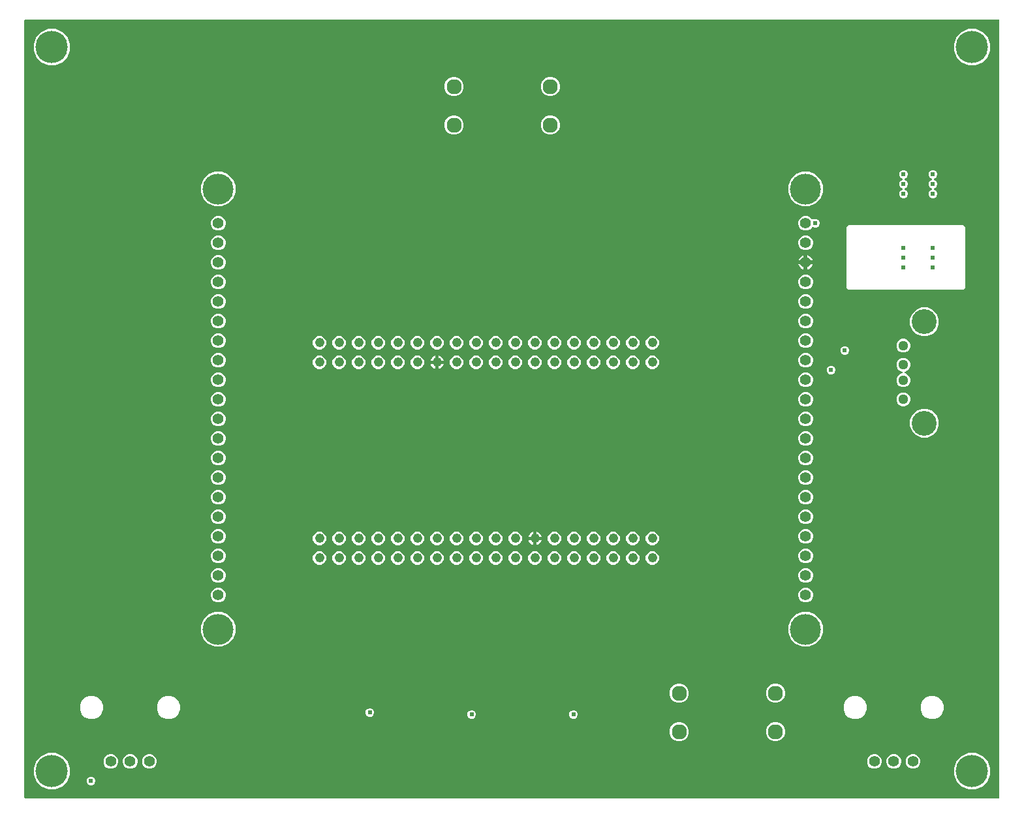
<source format=gbr>
G04 EAGLE Gerber RS-274X export*
G75*
%MOMM*%
%FSLAX34Y34*%
%LPD*%
%INCopper Layer 15*%
%IPPOS*%
%AMOC8*
5,1,8,0,0,1.08239X$1,22.5*%
G01*
%ADD10C,1.244600*%
%ADD11C,1.400000*%
%ADD12C,4.016000*%
%ADD13C,1.960000*%
%ADD14C,1.288000*%
%ADD15C,3.220000*%
%ADD16C,4.191000*%
%ADD17C,0.609600*%

G36*
X1266109Y2556D02*
X1266109Y2556D01*
X1266227Y2563D01*
X1266266Y2575D01*
X1266306Y2581D01*
X1266417Y2624D01*
X1266530Y2661D01*
X1266564Y2683D01*
X1266602Y2698D01*
X1266698Y2767D01*
X1266799Y2831D01*
X1266827Y2861D01*
X1266859Y2884D01*
X1266935Y2976D01*
X1267017Y3063D01*
X1267036Y3098D01*
X1267062Y3129D01*
X1267113Y3237D01*
X1267170Y3341D01*
X1267180Y3380D01*
X1267198Y3417D01*
X1267220Y3534D01*
X1267250Y3649D01*
X1267254Y3709D01*
X1267257Y3729D01*
X1267256Y3750D01*
X1267260Y3810D01*
X1267459Y1012190D01*
X1267444Y1012308D01*
X1267436Y1012427D01*
X1267424Y1012465D01*
X1267419Y1012505D01*
X1267375Y1012616D01*
X1267338Y1012729D01*
X1267317Y1012764D01*
X1267302Y1012801D01*
X1267232Y1012897D01*
X1267168Y1012998D01*
X1267139Y1013026D01*
X1267115Y1013058D01*
X1267023Y1013134D01*
X1266936Y1013216D01*
X1266901Y1013236D01*
X1266870Y1013261D01*
X1266762Y1013312D01*
X1266658Y1013370D01*
X1266619Y1013380D01*
X1266582Y1013397D01*
X1266465Y1013419D01*
X1266350Y1013449D01*
X1266290Y1013453D01*
X1266270Y1013457D01*
X1266250Y1013455D01*
X1266189Y1013459D01*
X3810Y1013459D01*
X3692Y1013444D01*
X3573Y1013437D01*
X3535Y1013424D01*
X3494Y1013419D01*
X3384Y1013376D01*
X3271Y1013339D01*
X3236Y1013317D01*
X3199Y1013302D01*
X3103Y1013233D01*
X3002Y1013169D01*
X2974Y1013139D01*
X2941Y1013116D01*
X2865Y1013024D01*
X2784Y1012937D01*
X2764Y1012902D01*
X2739Y1012871D01*
X2688Y1012763D01*
X2630Y1012659D01*
X2620Y1012619D01*
X2603Y1012583D01*
X2581Y1012466D01*
X2551Y1012351D01*
X2547Y1012291D01*
X2543Y1012271D01*
X2545Y1012250D01*
X2541Y1012190D01*
X2541Y3810D01*
X2556Y3692D01*
X2563Y3573D01*
X2576Y3535D01*
X2581Y3494D01*
X2624Y3384D01*
X2661Y3271D01*
X2683Y3236D01*
X2698Y3199D01*
X2767Y3103D01*
X2831Y3002D01*
X2861Y2974D01*
X2884Y2941D01*
X2976Y2865D01*
X3063Y2784D01*
X3098Y2764D01*
X3129Y2739D01*
X3237Y2688D01*
X3341Y2630D01*
X3381Y2620D01*
X3417Y2603D01*
X3534Y2581D01*
X3649Y2551D01*
X3709Y2547D01*
X3729Y2543D01*
X3750Y2545D01*
X3810Y2541D01*
X1265991Y2541D01*
X1266109Y2556D01*
G37*
%LPC*%
G36*
X1071572Y662939D02*
X1071572Y662939D01*
X1069339Y665172D01*
X1069339Y744528D01*
X1071572Y746761D01*
X1220778Y746761D01*
X1223011Y744528D01*
X1223011Y665172D01*
X1220778Y662939D01*
X1071572Y662939D01*
G37*
%LPD*%
%LPC*%
G36*
X1227226Y954404D02*
X1227226Y954404D01*
X1218591Y957981D01*
X1211981Y964591D01*
X1208404Y973226D01*
X1208404Y982574D01*
X1211981Y991209D01*
X1218591Y997819D01*
X1227226Y1001396D01*
X1236574Y1001396D01*
X1245209Y997819D01*
X1251819Y991209D01*
X1255396Y982574D01*
X1255396Y973226D01*
X1251819Y964591D01*
X1245209Y957981D01*
X1236574Y954404D01*
X1227226Y954404D01*
G37*
%LPD*%
%LPC*%
G36*
X33426Y954404D02*
X33426Y954404D01*
X24791Y957981D01*
X18181Y964591D01*
X14604Y973226D01*
X14604Y982574D01*
X18181Y991209D01*
X24791Y997819D01*
X33426Y1001396D01*
X42774Y1001396D01*
X51409Y997819D01*
X58019Y991209D01*
X61596Y982574D01*
X61596Y973226D01*
X58019Y964591D01*
X51409Y957981D01*
X42774Y954404D01*
X33426Y954404D01*
G37*
%LPD*%
%LPC*%
G36*
X1227226Y14604D02*
X1227226Y14604D01*
X1218591Y18181D01*
X1211981Y24791D01*
X1208404Y33426D01*
X1208404Y42774D01*
X1211981Y51409D01*
X1218591Y58019D01*
X1227226Y61596D01*
X1236574Y61596D01*
X1245209Y58019D01*
X1251819Y51409D01*
X1255396Y42774D01*
X1255396Y33426D01*
X1251819Y24791D01*
X1245209Y18181D01*
X1236574Y14604D01*
X1227226Y14604D01*
G37*
%LPD*%
%LPC*%
G36*
X33426Y14604D02*
X33426Y14604D01*
X24791Y18181D01*
X18181Y24791D01*
X14604Y33426D01*
X14604Y42774D01*
X18181Y51409D01*
X24791Y58019D01*
X33426Y61596D01*
X42774Y61596D01*
X51409Y58019D01*
X58019Y51409D01*
X61596Y42774D01*
X61596Y33426D01*
X58019Y24791D01*
X51409Y18181D01*
X42774Y14604D01*
X33426Y14604D01*
G37*
%LPD*%
%LPC*%
G36*
X1011500Y771129D02*
X1011500Y771129D01*
X1003186Y774573D01*
X996823Y780936D01*
X993379Y789250D01*
X993379Y798250D01*
X996823Y806564D01*
X1003186Y812927D01*
X1011500Y816371D01*
X1020500Y816371D01*
X1028814Y812927D01*
X1035177Y806564D01*
X1038621Y798250D01*
X1038621Y789250D01*
X1035177Y780936D01*
X1028814Y774573D01*
X1020500Y771129D01*
X1011500Y771129D01*
G37*
%LPD*%
%LPC*%
G36*
X249500Y771129D02*
X249500Y771129D01*
X241186Y774573D01*
X234823Y780936D01*
X231379Y789250D01*
X231379Y798250D01*
X234823Y806564D01*
X241186Y812927D01*
X249500Y816371D01*
X258500Y816371D01*
X266814Y812927D01*
X273177Y806564D01*
X276621Y798250D01*
X276621Y789250D01*
X273177Y780936D01*
X266814Y774573D01*
X258500Y771129D01*
X249500Y771129D01*
G37*
%LPD*%
%LPC*%
G36*
X249500Y199629D02*
X249500Y199629D01*
X241186Y203073D01*
X234823Y209436D01*
X231379Y217750D01*
X231379Y226750D01*
X234823Y235064D01*
X241186Y241427D01*
X249500Y244871D01*
X258500Y244871D01*
X266814Y241427D01*
X273177Y235064D01*
X276621Y226750D01*
X276621Y217750D01*
X273177Y209436D01*
X266814Y203073D01*
X258500Y199629D01*
X249500Y199629D01*
G37*
%LPD*%
%LPC*%
G36*
X1011500Y199629D02*
X1011500Y199629D01*
X1003186Y203073D01*
X996823Y209436D01*
X993379Y217750D01*
X993379Y226750D01*
X996823Y235064D01*
X1003186Y241427D01*
X1011500Y244871D01*
X1020500Y244871D01*
X1028814Y241427D01*
X1035177Y235064D01*
X1038621Y226750D01*
X1038621Y217750D01*
X1035177Y209436D01*
X1028814Y203073D01*
X1020500Y199629D01*
X1011500Y199629D01*
G37*
%LPD*%
%LPC*%
G36*
X1166392Y602609D02*
X1166392Y602609D01*
X1159541Y605447D01*
X1154297Y610691D01*
X1151459Y617542D01*
X1151459Y624958D01*
X1154297Y631809D01*
X1159541Y637053D01*
X1166392Y639891D01*
X1173808Y639891D01*
X1180659Y637053D01*
X1185903Y631809D01*
X1188741Y624958D01*
X1188741Y617542D01*
X1185903Y610691D01*
X1180659Y605447D01*
X1173808Y602609D01*
X1166392Y602609D01*
G37*
%LPD*%
%LPC*%
G36*
X1166392Y471209D02*
X1166392Y471209D01*
X1159541Y474047D01*
X1154297Y479291D01*
X1151459Y486142D01*
X1151459Y493558D01*
X1154297Y500409D01*
X1159541Y505653D01*
X1166392Y508491D01*
X1173808Y508491D01*
X1180659Y505653D01*
X1185903Y500409D01*
X1188741Y493558D01*
X1188741Y486142D01*
X1185903Y479291D01*
X1180659Y474047D01*
X1173808Y471209D01*
X1166392Y471209D01*
G37*
%LPD*%
%LPC*%
G36*
X1177308Y105759D02*
X1177308Y105759D01*
X1171780Y108049D01*
X1167549Y112280D01*
X1165259Y117808D01*
X1165259Y123792D01*
X1167549Y129320D01*
X1171780Y133551D01*
X1177308Y135841D01*
X1183292Y135841D01*
X1188820Y133551D01*
X1193051Y129320D01*
X1195341Y123792D01*
X1195341Y117808D01*
X1193051Y112280D01*
X1188820Y108049D01*
X1183292Y105759D01*
X1177308Y105759D01*
G37*
%LPD*%
%LPC*%
G36*
X1077308Y105759D02*
X1077308Y105759D01*
X1071780Y108049D01*
X1067549Y112280D01*
X1065259Y117808D01*
X1065259Y123792D01*
X1067549Y129320D01*
X1071780Y133551D01*
X1077308Y135841D01*
X1083292Y135841D01*
X1088820Y133551D01*
X1093051Y129320D01*
X1095341Y123792D01*
X1095341Y117808D01*
X1093051Y112280D01*
X1088820Y108049D01*
X1083292Y105759D01*
X1077308Y105759D01*
G37*
%LPD*%
%LPC*%
G36*
X186708Y105759D02*
X186708Y105759D01*
X181180Y108049D01*
X176949Y112280D01*
X174659Y117808D01*
X174659Y123792D01*
X176949Y129320D01*
X181180Y133551D01*
X186708Y135841D01*
X192692Y135841D01*
X198220Y133551D01*
X202451Y129320D01*
X204741Y123792D01*
X204741Y117808D01*
X202451Y112280D01*
X198220Y108049D01*
X192692Y105759D01*
X186708Y105759D01*
G37*
%LPD*%
%LPC*%
G36*
X86708Y105759D02*
X86708Y105759D01*
X81180Y108049D01*
X76949Y112280D01*
X74659Y117808D01*
X74659Y123792D01*
X76949Y129320D01*
X81180Y133551D01*
X86708Y135841D01*
X92692Y135841D01*
X98220Y133551D01*
X102451Y129320D01*
X104741Y123792D01*
X104741Y117808D01*
X102451Y112280D01*
X98220Y108049D01*
X92692Y105759D01*
X86708Y105759D01*
G37*
%LPD*%
%LPC*%
G36*
X1141214Y536569D02*
X1141214Y536569D01*
X1137913Y537936D01*
X1135386Y540463D01*
X1134019Y543764D01*
X1134019Y547336D01*
X1135386Y550637D01*
X1137913Y553164D01*
X1140843Y554377D01*
X1140964Y554446D01*
X1141087Y554511D01*
X1141102Y554525D01*
X1141120Y554535D01*
X1141220Y554632D01*
X1141322Y554725D01*
X1141333Y554742D01*
X1141348Y554756D01*
X1141421Y554875D01*
X1141497Y554991D01*
X1141504Y555010D01*
X1141514Y555027D01*
X1141555Y555160D01*
X1141600Y555292D01*
X1141602Y555312D01*
X1141608Y555331D01*
X1141614Y555470D01*
X1141626Y555609D01*
X1141622Y555629D01*
X1141623Y555649D01*
X1141595Y555785D01*
X1141571Y555922D01*
X1141563Y555941D01*
X1141559Y555960D01*
X1141497Y556086D01*
X1141441Y556212D01*
X1141428Y556228D01*
X1141419Y556246D01*
X1141329Y556352D01*
X1141242Y556460D01*
X1141226Y556473D01*
X1141213Y556488D01*
X1141099Y556568D01*
X1140988Y556652D01*
X1140963Y556664D01*
X1140953Y556671D01*
X1140933Y556678D01*
X1140843Y556723D01*
X1137913Y557936D01*
X1135386Y560463D01*
X1134019Y563764D01*
X1134019Y567336D01*
X1135386Y570637D01*
X1137913Y573164D01*
X1141214Y574531D01*
X1144786Y574531D01*
X1148087Y573164D01*
X1150614Y570637D01*
X1151981Y567336D01*
X1151981Y563764D01*
X1150614Y560463D01*
X1148087Y557936D01*
X1145157Y556723D01*
X1145036Y556654D01*
X1144913Y556589D01*
X1144898Y556575D01*
X1144880Y556565D01*
X1144780Y556468D01*
X1144678Y556375D01*
X1144667Y556358D01*
X1144652Y556344D01*
X1144579Y556226D01*
X1144503Y556109D01*
X1144496Y556090D01*
X1144486Y556073D01*
X1144445Y555940D01*
X1144400Y555808D01*
X1144398Y555788D01*
X1144392Y555769D01*
X1144386Y555630D01*
X1144374Y555491D01*
X1144378Y555471D01*
X1144377Y555451D01*
X1144405Y555315D01*
X1144429Y555178D01*
X1144437Y555160D01*
X1144441Y555140D01*
X1144503Y555014D01*
X1144559Y554888D01*
X1144572Y554872D01*
X1144581Y554854D01*
X1144672Y554748D01*
X1144758Y554640D01*
X1144774Y554627D01*
X1144787Y554612D01*
X1144902Y554532D01*
X1145012Y554448D01*
X1145037Y554436D01*
X1145047Y554429D01*
X1145067Y554422D01*
X1145157Y554377D01*
X1148087Y553164D01*
X1150614Y550637D01*
X1151981Y547336D01*
X1151981Y543764D01*
X1150614Y540463D01*
X1148087Y537936D01*
X1144786Y536569D01*
X1141214Y536569D01*
G37*
%LPD*%
%LPC*%
G36*
X682345Y914359D02*
X682345Y914359D01*
X677810Y916238D01*
X674338Y919710D01*
X672459Y924245D01*
X672459Y929155D01*
X674338Y933690D01*
X677810Y937162D01*
X682345Y939041D01*
X687255Y939041D01*
X691790Y937162D01*
X695262Y933690D01*
X697141Y929155D01*
X697141Y924245D01*
X695262Y919710D01*
X691790Y916238D01*
X687255Y914359D01*
X682345Y914359D01*
G37*
%LPD*%
%LPC*%
G36*
X557345Y914359D02*
X557345Y914359D01*
X552810Y916238D01*
X549338Y919710D01*
X547459Y924245D01*
X547459Y929155D01*
X549338Y933690D01*
X552810Y937162D01*
X557345Y939041D01*
X562255Y939041D01*
X566790Y937162D01*
X570262Y933690D01*
X572141Y929155D01*
X572141Y924245D01*
X570262Y919710D01*
X566790Y916238D01*
X562255Y914359D01*
X557345Y914359D01*
G37*
%LPD*%
%LPC*%
G36*
X682345Y864359D02*
X682345Y864359D01*
X677810Y866238D01*
X674338Y869710D01*
X672459Y874245D01*
X672459Y879155D01*
X674338Y883690D01*
X677810Y887162D01*
X682345Y889041D01*
X687255Y889041D01*
X691790Y887162D01*
X695262Y883690D01*
X697141Y879155D01*
X697141Y874245D01*
X695262Y869710D01*
X691790Y866238D01*
X687255Y864359D01*
X682345Y864359D01*
G37*
%LPD*%
%LPC*%
G36*
X557345Y864359D02*
X557345Y864359D01*
X552810Y866238D01*
X549338Y869710D01*
X547459Y874245D01*
X547459Y879155D01*
X549338Y883690D01*
X552810Y887162D01*
X557345Y889041D01*
X562255Y889041D01*
X566790Y887162D01*
X570262Y883690D01*
X572141Y879155D01*
X572141Y874245D01*
X570262Y869710D01*
X566790Y866238D01*
X562255Y864359D01*
X557345Y864359D01*
G37*
%LPD*%
%LPC*%
G36*
X974445Y76959D02*
X974445Y76959D01*
X969910Y78838D01*
X966438Y82310D01*
X964559Y86845D01*
X964559Y91755D01*
X966438Y96290D01*
X969910Y99762D01*
X974445Y101641D01*
X979355Y101641D01*
X983890Y99762D01*
X987362Y96290D01*
X989241Y91755D01*
X989241Y86845D01*
X987362Y82310D01*
X983890Y78838D01*
X979355Y76959D01*
X974445Y76959D01*
G37*
%LPD*%
%LPC*%
G36*
X974445Y126959D02*
X974445Y126959D01*
X969910Y128838D01*
X966438Y132310D01*
X964559Y136845D01*
X964559Y141755D01*
X966438Y146290D01*
X969910Y149762D01*
X974445Y151641D01*
X979355Y151641D01*
X983890Y149762D01*
X987362Y146290D01*
X989241Y141755D01*
X989241Y136845D01*
X987362Y132310D01*
X983890Y128838D01*
X979355Y126959D01*
X974445Y126959D01*
G37*
%LPD*%
%LPC*%
G36*
X849445Y126959D02*
X849445Y126959D01*
X844910Y128838D01*
X841438Y132310D01*
X839559Y136845D01*
X839559Y141755D01*
X841438Y146290D01*
X844910Y149762D01*
X849445Y151641D01*
X854355Y151641D01*
X858890Y149762D01*
X862362Y146290D01*
X864241Y141755D01*
X864241Y136845D01*
X862362Y132310D01*
X858890Y128838D01*
X854355Y126959D01*
X849445Y126959D01*
G37*
%LPD*%
%LPC*%
G36*
X849445Y76959D02*
X849445Y76959D01*
X844910Y78838D01*
X841438Y82310D01*
X839559Y86845D01*
X839559Y91755D01*
X841438Y96290D01*
X844910Y99762D01*
X849445Y101641D01*
X854355Y101641D01*
X858890Y99762D01*
X862362Y96290D01*
X864241Y91755D01*
X864241Y86845D01*
X862362Y82310D01*
X858890Y78838D01*
X854355Y76959D01*
X849445Y76959D01*
G37*
%LPD*%
%LPC*%
G36*
X1014102Y739759D02*
X1014102Y739759D01*
X1010596Y741212D01*
X1007912Y743896D01*
X1006459Y747402D01*
X1006459Y751198D01*
X1007912Y754704D01*
X1010596Y757388D01*
X1014102Y758841D01*
X1017898Y758841D01*
X1021404Y757388D01*
X1024118Y754674D01*
X1024161Y754587D01*
X1024187Y754556D01*
X1024207Y754521D01*
X1024290Y754435D01*
X1024368Y754345D01*
X1024401Y754321D01*
X1024429Y754292D01*
X1024530Y754230D01*
X1024628Y754161D01*
X1024665Y754147D01*
X1024700Y754126D01*
X1024813Y754091D01*
X1024925Y754049D01*
X1024965Y754044D01*
X1025004Y754032D01*
X1025122Y754027D01*
X1025241Y754013D01*
X1025281Y754019D01*
X1025321Y754017D01*
X1025438Y754041D01*
X1025556Y754058D01*
X1025613Y754077D01*
X1025633Y754081D01*
X1025651Y754090D01*
X1025708Y754110D01*
X1027588Y754889D01*
X1029812Y754889D01*
X1031866Y754038D01*
X1033438Y752466D01*
X1034289Y750412D01*
X1034289Y748188D01*
X1033438Y746134D01*
X1031866Y744562D01*
X1029812Y743711D01*
X1027588Y743711D01*
X1025708Y744490D01*
X1025593Y744521D01*
X1025481Y744560D01*
X1025440Y744563D01*
X1025402Y744574D01*
X1025282Y744576D01*
X1025164Y744585D01*
X1025124Y744578D01*
X1025084Y744579D01*
X1024967Y744551D01*
X1024850Y744531D01*
X1024814Y744514D01*
X1024774Y744505D01*
X1024669Y744449D01*
X1024560Y744400D01*
X1024529Y744375D01*
X1024493Y744356D01*
X1024405Y744276D01*
X1024312Y744202D01*
X1024288Y744169D01*
X1024258Y744142D01*
X1024192Y744043D01*
X1024121Y743948D01*
X1024102Y743909D01*
X1021404Y741212D01*
X1017898Y739759D01*
X1014102Y739759D01*
G37*
%LPD*%
%LPC*%
G36*
X1179988Y781811D02*
X1179988Y781811D01*
X1177934Y782662D01*
X1176362Y784234D01*
X1175511Y786288D01*
X1175511Y788512D01*
X1176362Y790566D01*
X1177934Y792138D01*
X1178995Y792577D01*
X1179116Y792646D01*
X1179239Y792711D01*
X1179254Y792725D01*
X1179271Y792735D01*
X1179372Y792832D01*
X1179474Y792925D01*
X1179485Y792942D01*
X1179500Y792956D01*
X1179573Y793075D01*
X1179649Y793191D01*
X1179656Y793210D01*
X1179666Y793227D01*
X1179707Y793360D01*
X1179752Y793492D01*
X1179754Y793512D01*
X1179760Y793531D01*
X1179766Y793670D01*
X1179777Y793809D01*
X1179774Y793829D01*
X1179775Y793849D01*
X1179747Y793985D01*
X1179723Y794122D01*
X1179715Y794141D01*
X1179711Y794160D01*
X1179649Y794285D01*
X1179592Y794412D01*
X1179580Y794428D01*
X1179571Y794446D01*
X1179480Y794552D01*
X1179394Y794660D01*
X1179378Y794673D01*
X1179365Y794688D01*
X1179250Y794768D01*
X1179140Y794852D01*
X1179115Y794864D01*
X1179105Y794871D01*
X1179085Y794878D01*
X1178995Y794923D01*
X1177934Y795362D01*
X1176362Y796934D01*
X1175511Y798988D01*
X1175511Y801212D01*
X1176362Y803266D01*
X1177934Y804838D01*
X1178995Y805277D01*
X1179116Y805346D01*
X1179239Y805411D01*
X1179254Y805425D01*
X1179271Y805435D01*
X1179372Y805532D01*
X1179474Y805625D01*
X1179485Y805642D01*
X1179500Y805656D01*
X1179573Y805775D01*
X1179649Y805891D01*
X1179656Y805910D01*
X1179666Y805927D01*
X1179707Y806060D01*
X1179752Y806192D01*
X1179754Y806212D01*
X1179760Y806231D01*
X1179766Y806370D01*
X1179777Y806509D01*
X1179774Y806529D01*
X1179775Y806549D01*
X1179747Y806685D01*
X1179723Y806822D01*
X1179715Y806841D01*
X1179711Y806860D01*
X1179649Y806985D01*
X1179592Y807112D01*
X1179580Y807128D01*
X1179571Y807146D01*
X1179480Y807252D01*
X1179394Y807360D01*
X1179378Y807373D01*
X1179365Y807388D01*
X1179250Y807468D01*
X1179140Y807552D01*
X1179115Y807564D01*
X1179105Y807571D01*
X1179085Y807578D01*
X1178995Y807623D01*
X1177934Y808062D01*
X1176362Y809634D01*
X1175511Y811688D01*
X1175511Y813912D01*
X1176362Y815966D01*
X1177934Y817538D01*
X1179988Y818389D01*
X1182212Y818389D01*
X1184266Y817538D01*
X1185838Y815966D01*
X1186689Y813912D01*
X1186689Y811688D01*
X1185838Y809634D01*
X1184266Y808062D01*
X1183205Y807623D01*
X1183084Y807554D01*
X1182961Y807489D01*
X1182946Y807475D01*
X1182929Y807465D01*
X1182829Y807368D01*
X1182726Y807275D01*
X1182715Y807258D01*
X1182700Y807244D01*
X1182627Y807125D01*
X1182551Y807009D01*
X1182544Y806990D01*
X1182534Y806973D01*
X1182493Y806840D01*
X1182448Y806708D01*
X1182446Y806688D01*
X1182440Y806669D01*
X1182434Y806530D01*
X1182423Y806391D01*
X1182426Y806371D01*
X1182425Y806351D01*
X1182453Y806215D01*
X1182477Y806078D01*
X1182485Y806059D01*
X1182489Y806040D01*
X1182551Y805915D01*
X1182608Y805788D01*
X1182620Y805772D01*
X1182629Y805754D01*
X1182719Y805648D01*
X1182806Y805540D01*
X1182822Y805527D01*
X1182835Y805512D01*
X1182949Y805432D01*
X1183060Y805348D01*
X1183086Y805336D01*
X1183095Y805329D01*
X1183114Y805322D01*
X1183205Y805277D01*
X1184266Y804838D01*
X1185838Y803266D01*
X1186689Y801212D01*
X1186689Y798988D01*
X1185838Y796934D01*
X1184266Y795362D01*
X1183205Y794923D01*
X1183084Y794854D01*
X1182961Y794789D01*
X1182946Y794775D01*
X1182929Y794765D01*
X1182829Y794668D01*
X1182726Y794575D01*
X1182715Y794558D01*
X1182700Y794544D01*
X1182627Y794425D01*
X1182551Y794309D01*
X1182544Y794290D01*
X1182534Y794273D01*
X1182493Y794140D01*
X1182448Y794008D01*
X1182446Y793988D01*
X1182440Y793969D01*
X1182434Y793830D01*
X1182423Y793691D01*
X1182426Y793671D01*
X1182425Y793651D01*
X1182453Y793515D01*
X1182477Y793378D01*
X1182485Y793359D01*
X1182489Y793340D01*
X1182551Y793215D01*
X1182608Y793088D01*
X1182620Y793072D01*
X1182629Y793054D01*
X1182719Y792948D01*
X1182806Y792840D01*
X1182822Y792827D01*
X1182835Y792812D01*
X1182949Y792732D01*
X1183060Y792648D01*
X1183086Y792636D01*
X1183095Y792629D01*
X1183114Y792622D01*
X1183205Y792577D01*
X1184266Y792138D01*
X1185838Y790566D01*
X1186689Y788512D01*
X1186689Y786288D01*
X1185838Y784234D01*
X1184266Y782662D01*
X1182212Y781811D01*
X1179988Y781811D01*
G37*
%LPD*%
%LPC*%
G36*
X1141888Y781811D02*
X1141888Y781811D01*
X1139834Y782662D01*
X1138262Y784234D01*
X1137411Y786288D01*
X1137411Y788512D01*
X1138262Y790566D01*
X1139834Y792138D01*
X1140895Y792577D01*
X1141016Y792646D01*
X1141139Y792711D01*
X1141154Y792725D01*
X1141171Y792735D01*
X1141272Y792832D01*
X1141374Y792925D01*
X1141385Y792942D01*
X1141400Y792956D01*
X1141473Y793075D01*
X1141549Y793191D01*
X1141556Y793210D01*
X1141566Y793227D01*
X1141607Y793360D01*
X1141652Y793492D01*
X1141654Y793512D01*
X1141660Y793531D01*
X1141666Y793670D01*
X1141677Y793809D01*
X1141674Y793829D01*
X1141675Y793849D01*
X1141647Y793985D01*
X1141623Y794122D01*
X1141615Y794141D01*
X1141611Y794160D01*
X1141549Y794285D01*
X1141492Y794412D01*
X1141480Y794428D01*
X1141471Y794446D01*
X1141380Y794552D01*
X1141294Y794660D01*
X1141278Y794673D01*
X1141265Y794688D01*
X1141150Y794768D01*
X1141040Y794852D01*
X1141015Y794864D01*
X1141005Y794871D01*
X1140985Y794878D01*
X1140895Y794923D01*
X1139834Y795362D01*
X1138262Y796934D01*
X1137411Y798988D01*
X1137411Y801212D01*
X1138262Y803266D01*
X1139834Y804838D01*
X1140895Y805277D01*
X1141016Y805346D01*
X1141139Y805411D01*
X1141154Y805425D01*
X1141171Y805435D01*
X1141272Y805532D01*
X1141374Y805625D01*
X1141385Y805642D01*
X1141400Y805656D01*
X1141473Y805775D01*
X1141549Y805891D01*
X1141556Y805910D01*
X1141566Y805927D01*
X1141607Y806060D01*
X1141652Y806192D01*
X1141654Y806212D01*
X1141660Y806231D01*
X1141666Y806370D01*
X1141677Y806509D01*
X1141674Y806529D01*
X1141675Y806549D01*
X1141647Y806685D01*
X1141623Y806822D01*
X1141615Y806841D01*
X1141611Y806860D01*
X1141549Y806985D01*
X1141492Y807112D01*
X1141480Y807128D01*
X1141471Y807146D01*
X1141380Y807252D01*
X1141294Y807360D01*
X1141278Y807373D01*
X1141265Y807388D01*
X1141150Y807468D01*
X1141040Y807552D01*
X1141015Y807564D01*
X1141005Y807571D01*
X1140985Y807578D01*
X1140895Y807623D01*
X1139834Y808062D01*
X1138262Y809634D01*
X1137411Y811688D01*
X1137411Y813912D01*
X1138262Y815966D01*
X1139834Y817538D01*
X1141888Y818389D01*
X1144112Y818389D01*
X1146166Y817538D01*
X1147738Y815966D01*
X1148589Y813912D01*
X1148589Y811688D01*
X1147738Y809634D01*
X1146166Y808062D01*
X1145105Y807623D01*
X1144984Y807554D01*
X1144861Y807489D01*
X1144846Y807475D01*
X1144829Y807465D01*
X1144729Y807368D01*
X1144626Y807275D01*
X1144615Y807258D01*
X1144600Y807244D01*
X1144527Y807125D01*
X1144451Y807009D01*
X1144444Y806990D01*
X1144434Y806973D01*
X1144393Y806840D01*
X1144348Y806708D01*
X1144346Y806688D01*
X1144340Y806669D01*
X1144334Y806530D01*
X1144323Y806391D01*
X1144326Y806371D01*
X1144325Y806351D01*
X1144353Y806215D01*
X1144377Y806078D01*
X1144385Y806059D01*
X1144389Y806040D01*
X1144451Y805915D01*
X1144508Y805788D01*
X1144520Y805772D01*
X1144529Y805754D01*
X1144619Y805648D01*
X1144706Y805540D01*
X1144722Y805527D01*
X1144735Y805512D01*
X1144849Y805432D01*
X1144960Y805348D01*
X1144986Y805336D01*
X1144995Y805329D01*
X1145014Y805322D01*
X1145105Y805277D01*
X1146166Y804838D01*
X1147738Y803266D01*
X1148589Y801212D01*
X1148589Y798988D01*
X1147738Y796934D01*
X1146166Y795362D01*
X1145105Y794923D01*
X1144984Y794854D01*
X1144861Y794789D01*
X1144846Y794775D01*
X1144829Y794765D01*
X1144729Y794668D01*
X1144626Y794575D01*
X1144615Y794558D01*
X1144600Y794544D01*
X1144527Y794425D01*
X1144451Y794309D01*
X1144444Y794290D01*
X1144434Y794273D01*
X1144393Y794140D01*
X1144348Y794008D01*
X1144346Y793988D01*
X1144340Y793969D01*
X1144334Y793830D01*
X1144323Y793691D01*
X1144326Y793671D01*
X1144325Y793651D01*
X1144353Y793515D01*
X1144377Y793378D01*
X1144385Y793359D01*
X1144389Y793340D01*
X1144451Y793215D01*
X1144508Y793088D01*
X1144520Y793072D01*
X1144529Y793054D01*
X1144619Y792948D01*
X1144706Y792840D01*
X1144722Y792827D01*
X1144735Y792812D01*
X1144849Y792732D01*
X1144960Y792648D01*
X1144986Y792636D01*
X1144995Y792629D01*
X1145014Y792622D01*
X1145105Y792577D01*
X1146166Y792138D01*
X1147738Y790566D01*
X1148589Y788512D01*
X1148589Y786288D01*
X1147738Y784234D01*
X1146166Y782662D01*
X1144112Y781811D01*
X1141888Y781811D01*
G37*
%LPD*%
%LPC*%
G36*
X252102Y638159D02*
X252102Y638159D01*
X248596Y639612D01*
X245912Y642296D01*
X244459Y645802D01*
X244459Y649598D01*
X245912Y653104D01*
X248596Y655788D01*
X252102Y657241D01*
X255898Y657241D01*
X259404Y655788D01*
X262088Y653104D01*
X263541Y649598D01*
X263541Y645802D01*
X262088Y642296D01*
X259404Y639612D01*
X255898Y638159D01*
X252102Y638159D01*
G37*
%LPD*%
%LPC*%
G36*
X1014102Y612759D02*
X1014102Y612759D01*
X1010596Y614212D01*
X1007912Y616896D01*
X1006459Y620402D01*
X1006459Y624198D01*
X1007912Y627704D01*
X1010596Y630388D01*
X1014102Y631841D01*
X1017898Y631841D01*
X1021404Y630388D01*
X1024088Y627704D01*
X1025541Y624198D01*
X1025541Y620402D01*
X1024088Y616896D01*
X1021404Y614212D01*
X1017898Y612759D01*
X1014102Y612759D01*
G37*
%LPD*%
%LPC*%
G36*
X252102Y612759D02*
X252102Y612759D01*
X248596Y614212D01*
X245912Y616896D01*
X244459Y620402D01*
X244459Y624198D01*
X245912Y627704D01*
X248596Y630388D01*
X252102Y631841D01*
X255898Y631841D01*
X259404Y630388D01*
X262088Y627704D01*
X263541Y624198D01*
X263541Y620402D01*
X262088Y616896D01*
X259404Y614212D01*
X255898Y612759D01*
X252102Y612759D01*
G37*
%LPD*%
%LPC*%
G36*
X1014102Y587359D02*
X1014102Y587359D01*
X1010596Y588812D01*
X1007912Y591496D01*
X1006459Y595002D01*
X1006459Y598798D01*
X1007912Y602304D01*
X1010596Y604988D01*
X1014102Y606441D01*
X1017898Y606441D01*
X1021404Y604988D01*
X1024088Y602304D01*
X1025541Y598798D01*
X1025541Y595002D01*
X1024088Y591496D01*
X1021404Y588812D01*
X1017898Y587359D01*
X1014102Y587359D01*
G37*
%LPD*%
%LPC*%
G36*
X252102Y409559D02*
X252102Y409559D01*
X248596Y411012D01*
X245912Y413696D01*
X244459Y417202D01*
X244459Y420998D01*
X245912Y424504D01*
X248596Y427188D01*
X252102Y428641D01*
X255898Y428641D01*
X259404Y427188D01*
X262088Y424504D01*
X263541Y420998D01*
X263541Y417202D01*
X262088Y413696D01*
X259404Y411012D01*
X255898Y409559D01*
X252102Y409559D01*
G37*
%LPD*%
%LPC*%
G36*
X1014102Y561959D02*
X1014102Y561959D01*
X1010596Y563412D01*
X1007912Y566096D01*
X1006459Y569602D01*
X1006459Y573398D01*
X1007912Y576904D01*
X1010596Y579588D01*
X1014102Y581041D01*
X1017898Y581041D01*
X1021404Y579588D01*
X1024088Y576904D01*
X1025541Y573398D01*
X1025541Y569602D01*
X1024088Y566096D01*
X1021404Y563412D01*
X1017898Y561959D01*
X1014102Y561959D01*
G37*
%LPD*%
%LPC*%
G36*
X252102Y561959D02*
X252102Y561959D01*
X248596Y563412D01*
X245912Y566096D01*
X244459Y569602D01*
X244459Y573398D01*
X245912Y576904D01*
X248596Y579588D01*
X252102Y581041D01*
X255898Y581041D01*
X259404Y579588D01*
X262088Y576904D01*
X263541Y573398D01*
X263541Y569602D01*
X262088Y566096D01*
X259404Y563412D01*
X255898Y561959D01*
X252102Y561959D01*
G37*
%LPD*%
%LPC*%
G36*
X252102Y511159D02*
X252102Y511159D01*
X248596Y512612D01*
X245912Y515296D01*
X244459Y518802D01*
X244459Y522598D01*
X245912Y526104D01*
X248596Y528788D01*
X252102Y530241D01*
X255898Y530241D01*
X259404Y528788D01*
X262088Y526104D01*
X263541Y522598D01*
X263541Y518802D01*
X262088Y515296D01*
X259404Y512612D01*
X255898Y511159D01*
X252102Y511159D01*
G37*
%LPD*%
%LPC*%
G36*
X1014102Y511159D02*
X1014102Y511159D01*
X1010596Y512612D01*
X1007912Y515296D01*
X1006459Y518802D01*
X1006459Y522598D01*
X1007912Y526104D01*
X1010596Y528788D01*
X1014102Y530241D01*
X1017898Y530241D01*
X1021404Y528788D01*
X1024088Y526104D01*
X1025541Y522598D01*
X1025541Y518802D01*
X1024088Y515296D01*
X1021404Y512612D01*
X1017898Y511159D01*
X1014102Y511159D01*
G37*
%LPD*%
%LPC*%
G36*
X252102Y587359D02*
X252102Y587359D01*
X248596Y588812D01*
X245912Y591496D01*
X244459Y595002D01*
X244459Y598798D01*
X245912Y602304D01*
X248596Y604988D01*
X252102Y606441D01*
X255898Y606441D01*
X259404Y604988D01*
X262088Y602304D01*
X263541Y598798D01*
X263541Y595002D01*
X262088Y591496D01*
X259404Y588812D01*
X255898Y587359D01*
X252102Y587359D01*
G37*
%LPD*%
%LPC*%
G36*
X252102Y434959D02*
X252102Y434959D01*
X248596Y436412D01*
X245912Y439096D01*
X244459Y442602D01*
X244459Y446398D01*
X245912Y449904D01*
X248596Y452588D01*
X252102Y454041D01*
X255898Y454041D01*
X259404Y452588D01*
X262088Y449904D01*
X263541Y446398D01*
X263541Y442602D01*
X262088Y439096D01*
X259404Y436412D01*
X255898Y434959D01*
X252102Y434959D01*
G37*
%LPD*%
%LPC*%
G36*
X1014102Y434959D02*
X1014102Y434959D01*
X1010596Y436412D01*
X1007912Y439096D01*
X1006459Y442602D01*
X1006459Y446398D01*
X1007912Y449904D01*
X1010596Y452588D01*
X1014102Y454041D01*
X1017898Y454041D01*
X1021404Y452588D01*
X1024088Y449904D01*
X1025541Y446398D01*
X1025541Y442602D01*
X1024088Y439096D01*
X1021404Y436412D01*
X1017898Y434959D01*
X1014102Y434959D01*
G37*
%LPD*%
%LPC*%
G36*
X1014102Y409559D02*
X1014102Y409559D01*
X1010596Y411012D01*
X1007912Y413696D01*
X1006459Y417202D01*
X1006459Y420998D01*
X1007912Y424504D01*
X1010596Y427188D01*
X1014102Y428641D01*
X1017898Y428641D01*
X1021404Y427188D01*
X1024088Y424504D01*
X1025541Y420998D01*
X1025541Y417202D01*
X1024088Y413696D01*
X1021404Y411012D01*
X1017898Y409559D01*
X1014102Y409559D01*
G37*
%LPD*%
%LPC*%
G36*
X252102Y460359D02*
X252102Y460359D01*
X248596Y461812D01*
X245912Y464496D01*
X244459Y468002D01*
X244459Y471798D01*
X245912Y475304D01*
X248596Y477988D01*
X252102Y479441D01*
X255898Y479441D01*
X259404Y477988D01*
X262088Y475304D01*
X263541Y471798D01*
X263541Y468002D01*
X262088Y464496D01*
X259404Y461812D01*
X255898Y460359D01*
X252102Y460359D01*
G37*
%LPD*%
%LPC*%
G36*
X1014102Y460359D02*
X1014102Y460359D01*
X1010596Y461812D01*
X1007912Y464496D01*
X1006459Y468002D01*
X1006459Y471798D01*
X1007912Y475304D01*
X1010596Y477988D01*
X1014102Y479441D01*
X1017898Y479441D01*
X1021404Y477988D01*
X1024088Y475304D01*
X1025541Y471798D01*
X1025541Y468002D01*
X1024088Y464496D01*
X1021404Y461812D01*
X1017898Y460359D01*
X1014102Y460359D01*
G37*
%LPD*%
%LPC*%
G36*
X1014102Y485759D02*
X1014102Y485759D01*
X1010596Y487212D01*
X1007912Y489896D01*
X1006459Y493402D01*
X1006459Y497198D01*
X1007912Y500704D01*
X1010596Y503388D01*
X1014102Y504841D01*
X1017898Y504841D01*
X1021404Y503388D01*
X1024088Y500704D01*
X1025541Y497198D01*
X1025541Y493402D01*
X1024088Y489896D01*
X1021404Y487212D01*
X1017898Y485759D01*
X1014102Y485759D01*
G37*
%LPD*%
%LPC*%
G36*
X252102Y485759D02*
X252102Y485759D01*
X248596Y487212D01*
X245912Y489896D01*
X244459Y493402D01*
X244459Y497198D01*
X245912Y500704D01*
X248596Y503388D01*
X252102Y504841D01*
X255898Y504841D01*
X259404Y503388D01*
X262088Y500704D01*
X263541Y497198D01*
X263541Y493402D01*
X262088Y489896D01*
X259404Y487212D01*
X255898Y485759D01*
X252102Y485759D01*
G37*
%LPD*%
%LPC*%
G36*
X252102Y536559D02*
X252102Y536559D01*
X248596Y538012D01*
X245912Y540696D01*
X244459Y544202D01*
X244459Y547998D01*
X245912Y551504D01*
X248596Y554188D01*
X252102Y555641D01*
X255898Y555641D01*
X259404Y554188D01*
X262088Y551504D01*
X263541Y547998D01*
X263541Y544202D01*
X262088Y540696D01*
X259404Y538012D01*
X255898Y536559D01*
X252102Y536559D01*
G37*
%LPD*%
%LPC*%
G36*
X252102Y358759D02*
X252102Y358759D01*
X248596Y360212D01*
X245912Y362896D01*
X244459Y366402D01*
X244459Y370198D01*
X245912Y373704D01*
X248596Y376388D01*
X252102Y377841D01*
X255898Y377841D01*
X259404Y376388D01*
X262088Y373704D01*
X263541Y370198D01*
X263541Y366402D01*
X262088Y362896D01*
X259404Y360212D01*
X255898Y358759D01*
X252102Y358759D01*
G37*
%LPD*%
%LPC*%
G36*
X252102Y333359D02*
X252102Y333359D01*
X248596Y334812D01*
X245912Y337496D01*
X244459Y341002D01*
X244459Y344798D01*
X245912Y348304D01*
X248596Y350988D01*
X252102Y352441D01*
X255898Y352441D01*
X259404Y350988D01*
X262088Y348304D01*
X263541Y344798D01*
X263541Y341002D01*
X262088Y337496D01*
X259404Y334812D01*
X255898Y333359D01*
X252102Y333359D01*
G37*
%LPD*%
%LPC*%
G36*
X1014102Y333359D02*
X1014102Y333359D01*
X1010596Y334812D01*
X1007912Y337496D01*
X1006459Y341002D01*
X1006459Y344798D01*
X1007912Y348304D01*
X1010596Y350988D01*
X1014102Y352441D01*
X1017898Y352441D01*
X1021404Y350988D01*
X1024088Y348304D01*
X1025541Y344798D01*
X1025541Y341002D01*
X1024088Y337496D01*
X1021404Y334812D01*
X1017898Y333359D01*
X1014102Y333359D01*
G37*
%LPD*%
%LPC*%
G36*
X252102Y307959D02*
X252102Y307959D01*
X248596Y309412D01*
X245912Y312096D01*
X244459Y315602D01*
X244459Y319398D01*
X245912Y322904D01*
X248596Y325588D01*
X252102Y327041D01*
X255898Y327041D01*
X259404Y325588D01*
X262088Y322904D01*
X263541Y319398D01*
X263541Y315602D01*
X262088Y312096D01*
X259404Y309412D01*
X255898Y307959D01*
X252102Y307959D01*
G37*
%LPD*%
%LPC*%
G36*
X1014102Y307959D02*
X1014102Y307959D01*
X1010596Y309412D01*
X1007912Y312096D01*
X1006459Y315602D01*
X1006459Y319398D01*
X1007912Y322904D01*
X1010596Y325588D01*
X1014102Y327041D01*
X1017898Y327041D01*
X1021404Y325588D01*
X1024088Y322904D01*
X1025541Y319398D01*
X1025541Y315602D01*
X1024088Y312096D01*
X1021404Y309412D01*
X1017898Y307959D01*
X1014102Y307959D01*
G37*
%LPD*%
%LPC*%
G36*
X1014102Y282559D02*
X1014102Y282559D01*
X1010596Y284012D01*
X1007912Y286696D01*
X1006459Y290202D01*
X1006459Y293998D01*
X1007912Y297504D01*
X1010596Y300188D01*
X1014102Y301641D01*
X1017898Y301641D01*
X1021404Y300188D01*
X1024088Y297504D01*
X1025541Y293998D01*
X1025541Y290202D01*
X1024088Y286696D01*
X1021404Y284012D01*
X1017898Y282559D01*
X1014102Y282559D01*
G37*
%LPD*%
%LPC*%
G36*
X252102Y282559D02*
X252102Y282559D01*
X248596Y284012D01*
X245912Y286696D01*
X244459Y290202D01*
X244459Y293998D01*
X245912Y297504D01*
X248596Y300188D01*
X252102Y301641D01*
X255898Y301641D01*
X259404Y300188D01*
X262088Y297504D01*
X263541Y293998D01*
X263541Y290202D01*
X262088Y286696D01*
X259404Y284012D01*
X255898Y282559D01*
X252102Y282559D01*
G37*
%LPD*%
%LPC*%
G36*
X252102Y739759D02*
X252102Y739759D01*
X248596Y741212D01*
X245912Y743896D01*
X244459Y747402D01*
X244459Y751198D01*
X245912Y754704D01*
X248596Y757388D01*
X252102Y758841D01*
X255898Y758841D01*
X259404Y757388D01*
X262088Y754704D01*
X263541Y751198D01*
X263541Y747402D01*
X262088Y743896D01*
X259404Y741212D01*
X255898Y739759D01*
X252102Y739759D01*
G37*
%LPD*%
%LPC*%
G36*
X252102Y257159D02*
X252102Y257159D01*
X248596Y258612D01*
X245912Y261296D01*
X244459Y264802D01*
X244459Y268598D01*
X245912Y272104D01*
X248596Y274788D01*
X252102Y276241D01*
X255898Y276241D01*
X259404Y274788D01*
X262088Y272104D01*
X263541Y268598D01*
X263541Y264802D01*
X262088Y261296D01*
X259404Y258612D01*
X255898Y257159D01*
X252102Y257159D01*
G37*
%LPD*%
%LPC*%
G36*
X1014102Y714359D02*
X1014102Y714359D01*
X1010596Y715812D01*
X1007912Y718496D01*
X1006459Y722002D01*
X1006459Y725798D01*
X1007912Y729304D01*
X1010596Y731988D01*
X1014102Y733441D01*
X1017898Y733441D01*
X1021404Y731988D01*
X1024088Y729304D01*
X1025541Y725798D01*
X1025541Y722002D01*
X1024088Y718496D01*
X1021404Y715812D01*
X1017898Y714359D01*
X1014102Y714359D01*
G37*
%LPD*%
%LPC*%
G36*
X252102Y714359D02*
X252102Y714359D01*
X248596Y715812D01*
X245912Y718496D01*
X244459Y722002D01*
X244459Y725798D01*
X245912Y729304D01*
X248596Y731988D01*
X252102Y733441D01*
X255898Y733441D01*
X259404Y731988D01*
X262088Y729304D01*
X263541Y725798D01*
X263541Y722002D01*
X262088Y718496D01*
X259404Y715812D01*
X255898Y714359D01*
X252102Y714359D01*
G37*
%LPD*%
%LPC*%
G36*
X252102Y688959D02*
X252102Y688959D01*
X248596Y690412D01*
X245912Y693096D01*
X244459Y696602D01*
X244459Y700398D01*
X245912Y703904D01*
X248596Y706588D01*
X252102Y708041D01*
X255898Y708041D01*
X259404Y706588D01*
X262088Y703904D01*
X263541Y700398D01*
X263541Y696602D01*
X262088Y693096D01*
X259404Y690412D01*
X255898Y688959D01*
X252102Y688959D01*
G37*
%LPD*%
%LPC*%
G36*
X1014102Y358759D02*
X1014102Y358759D01*
X1010596Y360212D01*
X1007912Y362896D01*
X1006459Y366402D01*
X1006459Y370198D01*
X1007912Y373704D01*
X1010596Y376388D01*
X1014102Y377841D01*
X1017898Y377841D01*
X1021404Y376388D01*
X1024088Y373704D01*
X1025541Y370198D01*
X1025541Y366402D01*
X1024088Y362896D01*
X1021404Y360212D01*
X1017898Y358759D01*
X1014102Y358759D01*
G37*
%LPD*%
%LPC*%
G36*
X252102Y384159D02*
X252102Y384159D01*
X248596Y385612D01*
X245912Y388296D01*
X244459Y391802D01*
X244459Y395598D01*
X245912Y399104D01*
X248596Y401788D01*
X252102Y403241D01*
X255898Y403241D01*
X259404Y401788D01*
X262088Y399104D01*
X263541Y395598D01*
X263541Y391802D01*
X262088Y388296D01*
X259404Y385612D01*
X255898Y384159D01*
X252102Y384159D01*
G37*
%LPD*%
%LPC*%
G36*
X1014102Y384159D02*
X1014102Y384159D01*
X1010596Y385612D01*
X1007912Y388296D01*
X1006459Y391802D01*
X1006459Y395598D01*
X1007912Y399104D01*
X1010596Y401788D01*
X1014102Y403241D01*
X1017898Y403241D01*
X1021404Y401788D01*
X1024088Y399104D01*
X1025541Y395598D01*
X1025541Y391802D01*
X1024088Y388296D01*
X1021404Y385612D01*
X1017898Y384159D01*
X1014102Y384159D01*
G37*
%LPD*%
%LPC*%
G36*
X1014102Y536559D02*
X1014102Y536559D01*
X1010596Y538012D01*
X1007912Y540696D01*
X1006459Y544202D01*
X1006459Y547998D01*
X1007912Y551504D01*
X1010596Y554188D01*
X1014102Y555641D01*
X1017898Y555641D01*
X1021404Y554188D01*
X1024088Y551504D01*
X1025541Y547998D01*
X1025541Y544202D01*
X1024088Y540696D01*
X1021404Y538012D01*
X1017898Y536559D01*
X1014102Y536559D01*
G37*
%LPD*%
%LPC*%
G36*
X1014102Y257159D02*
X1014102Y257159D01*
X1010596Y258612D01*
X1007912Y261296D01*
X1006459Y264802D01*
X1006459Y268598D01*
X1007912Y272104D01*
X1010596Y274788D01*
X1014102Y276241D01*
X1017898Y276241D01*
X1021404Y274788D01*
X1024088Y272104D01*
X1025541Y268598D01*
X1025541Y264802D01*
X1024088Y261296D01*
X1021404Y258612D01*
X1017898Y257159D01*
X1014102Y257159D01*
G37*
%LPD*%
%LPC*%
G36*
X1014102Y663559D02*
X1014102Y663559D01*
X1010596Y665012D01*
X1007912Y667696D01*
X1006459Y671202D01*
X1006459Y674998D01*
X1007912Y678504D01*
X1010596Y681188D01*
X1014102Y682641D01*
X1017898Y682641D01*
X1021404Y681188D01*
X1024088Y678504D01*
X1025541Y674998D01*
X1025541Y671202D01*
X1024088Y667696D01*
X1021404Y665012D01*
X1017898Y663559D01*
X1014102Y663559D01*
G37*
%LPD*%
%LPC*%
G36*
X252102Y663559D02*
X252102Y663559D01*
X248596Y665012D01*
X245912Y667696D01*
X244459Y671202D01*
X244459Y674998D01*
X245912Y678504D01*
X248596Y681188D01*
X252102Y682641D01*
X255898Y682641D01*
X259404Y681188D01*
X262088Y678504D01*
X263541Y674998D01*
X263541Y671202D01*
X262088Y667696D01*
X259404Y665012D01*
X255898Y663559D01*
X252102Y663559D01*
G37*
%LPD*%
%LPC*%
G36*
X1014102Y638159D02*
X1014102Y638159D01*
X1010596Y639612D01*
X1007912Y642296D01*
X1006459Y645802D01*
X1006459Y649598D01*
X1007912Y653104D01*
X1010596Y655788D01*
X1014102Y657241D01*
X1017898Y657241D01*
X1021404Y655788D01*
X1024088Y653104D01*
X1025541Y649598D01*
X1025541Y645802D01*
X1024088Y642296D01*
X1021404Y639612D01*
X1017898Y638159D01*
X1014102Y638159D01*
G37*
%LPD*%
%LPC*%
G36*
X1153402Y41259D02*
X1153402Y41259D01*
X1149896Y42712D01*
X1147212Y45396D01*
X1145759Y48902D01*
X1145759Y52698D01*
X1147212Y56204D01*
X1149896Y58888D01*
X1153402Y60341D01*
X1157198Y60341D01*
X1160704Y58888D01*
X1163388Y56204D01*
X1164841Y52698D01*
X1164841Y48902D01*
X1163388Y45396D01*
X1160704Y42712D01*
X1157198Y41259D01*
X1153402Y41259D01*
G37*
%LPD*%
%LPC*%
G36*
X1128402Y41259D02*
X1128402Y41259D01*
X1124896Y42712D01*
X1122212Y45396D01*
X1120759Y48902D01*
X1120759Y52698D01*
X1122212Y56204D01*
X1124896Y58888D01*
X1128402Y60341D01*
X1132198Y60341D01*
X1135704Y58888D01*
X1138388Y56204D01*
X1139841Y52698D01*
X1139841Y48902D01*
X1138388Y45396D01*
X1135704Y42712D01*
X1132198Y41259D01*
X1128402Y41259D01*
G37*
%LPD*%
%LPC*%
G36*
X1103402Y41259D02*
X1103402Y41259D01*
X1099896Y42712D01*
X1097212Y45396D01*
X1095759Y48902D01*
X1095759Y52698D01*
X1097212Y56204D01*
X1099896Y58888D01*
X1103402Y60341D01*
X1107198Y60341D01*
X1110704Y58888D01*
X1113388Y56204D01*
X1114841Y52698D01*
X1114841Y48902D01*
X1113388Y45396D01*
X1110704Y42712D01*
X1107198Y41259D01*
X1103402Y41259D01*
G37*
%LPD*%
%LPC*%
G36*
X162802Y41259D02*
X162802Y41259D01*
X159296Y42712D01*
X156612Y45396D01*
X155159Y48902D01*
X155159Y52698D01*
X156612Y56204D01*
X159296Y58888D01*
X162802Y60341D01*
X166598Y60341D01*
X170104Y58888D01*
X172788Y56204D01*
X174241Y52698D01*
X174241Y48902D01*
X172788Y45396D01*
X170104Y42712D01*
X166598Y41259D01*
X162802Y41259D01*
G37*
%LPD*%
%LPC*%
G36*
X137802Y41259D02*
X137802Y41259D01*
X134296Y42712D01*
X131612Y45396D01*
X130159Y48902D01*
X130159Y52698D01*
X131612Y56204D01*
X134296Y58888D01*
X137802Y60341D01*
X141598Y60341D01*
X145104Y58888D01*
X147788Y56204D01*
X149241Y52698D01*
X149241Y48902D01*
X147788Y45396D01*
X145104Y42712D01*
X141598Y41259D01*
X137802Y41259D01*
G37*
%LPD*%
%LPC*%
G36*
X112802Y41259D02*
X112802Y41259D01*
X109296Y42712D01*
X106612Y45396D01*
X105159Y48902D01*
X105159Y52698D01*
X106612Y56204D01*
X109296Y58888D01*
X112802Y60341D01*
X116598Y60341D01*
X120104Y58888D01*
X122788Y56204D01*
X124241Y52698D01*
X124241Y48902D01*
X122788Y45396D01*
X120104Y42712D01*
X116598Y41259D01*
X112802Y41259D01*
G37*
%LPD*%
%LPC*%
G36*
X1141214Y581569D02*
X1141214Y581569D01*
X1137913Y582936D01*
X1135386Y585463D01*
X1134019Y588764D01*
X1134019Y592336D01*
X1135386Y595637D01*
X1137913Y598164D01*
X1141214Y599531D01*
X1144786Y599531D01*
X1148087Y598164D01*
X1150614Y595637D01*
X1151981Y592336D01*
X1151981Y588764D01*
X1150614Y585463D01*
X1148087Y582936D01*
X1144786Y581569D01*
X1141214Y581569D01*
G37*
%LPD*%
%LPC*%
G36*
X1141214Y511569D02*
X1141214Y511569D01*
X1137913Y512936D01*
X1135386Y515463D01*
X1134019Y518764D01*
X1134019Y522336D01*
X1135386Y525637D01*
X1137913Y528164D01*
X1141214Y529531D01*
X1144786Y529531D01*
X1148087Y528164D01*
X1150614Y525637D01*
X1151981Y522336D01*
X1151981Y518764D01*
X1150614Y515463D01*
X1148087Y512936D01*
X1144786Y511569D01*
X1141214Y511569D01*
G37*
%LPD*%
%LPC*%
G36*
X561457Y559936D02*
X561457Y559936D01*
X558236Y561270D01*
X555770Y563736D01*
X554436Y566957D01*
X554436Y570443D01*
X555770Y573664D01*
X558236Y576130D01*
X561457Y577464D01*
X564943Y577464D01*
X568164Y576130D01*
X570630Y573664D01*
X571964Y570443D01*
X571964Y566957D01*
X570630Y563736D01*
X568164Y561270D01*
X564943Y559936D01*
X561457Y559936D01*
G37*
%LPD*%
%LPC*%
G36*
X510657Y559936D02*
X510657Y559936D01*
X507436Y561270D01*
X504970Y563736D01*
X503636Y566957D01*
X503636Y570443D01*
X504970Y573664D01*
X507436Y576130D01*
X510657Y577464D01*
X514143Y577464D01*
X517364Y576130D01*
X519830Y573664D01*
X521164Y570443D01*
X521164Y566957D01*
X519830Y563736D01*
X517364Y561270D01*
X514143Y559936D01*
X510657Y559936D01*
G37*
%LPD*%
%LPC*%
G36*
X485257Y559936D02*
X485257Y559936D01*
X482036Y561270D01*
X479570Y563736D01*
X478236Y566957D01*
X478236Y570443D01*
X479570Y573664D01*
X482036Y576130D01*
X485257Y577464D01*
X488743Y577464D01*
X491964Y576130D01*
X494430Y573664D01*
X495764Y570443D01*
X495764Y566957D01*
X494430Y563736D01*
X491964Y561270D01*
X488743Y559936D01*
X485257Y559936D01*
G37*
%LPD*%
%LPC*%
G36*
X459857Y559936D02*
X459857Y559936D01*
X456636Y561270D01*
X454170Y563736D01*
X452836Y566957D01*
X452836Y570443D01*
X454170Y573664D01*
X456636Y576130D01*
X459857Y577464D01*
X463343Y577464D01*
X466564Y576130D01*
X469030Y573664D01*
X470364Y570443D01*
X470364Y566957D01*
X469030Y563736D01*
X466564Y561270D01*
X463343Y559936D01*
X459857Y559936D01*
G37*
%LPD*%
%LPC*%
G36*
X434457Y559936D02*
X434457Y559936D01*
X431236Y561270D01*
X428770Y563736D01*
X427436Y566957D01*
X427436Y570443D01*
X428770Y573664D01*
X431236Y576130D01*
X434457Y577464D01*
X437943Y577464D01*
X441164Y576130D01*
X443630Y573664D01*
X444964Y570443D01*
X444964Y566957D01*
X443630Y563736D01*
X441164Y561270D01*
X437943Y559936D01*
X434457Y559936D01*
G37*
%LPD*%
%LPC*%
G36*
X409057Y559936D02*
X409057Y559936D01*
X405836Y561270D01*
X403370Y563736D01*
X402036Y566957D01*
X402036Y570443D01*
X403370Y573664D01*
X405836Y576130D01*
X409057Y577464D01*
X412543Y577464D01*
X415764Y576130D01*
X418230Y573664D01*
X419564Y570443D01*
X419564Y566957D01*
X418230Y563736D01*
X415764Y561270D01*
X412543Y559936D01*
X409057Y559936D01*
G37*
%LPD*%
%LPC*%
G36*
X383657Y559936D02*
X383657Y559936D01*
X380436Y561270D01*
X377970Y563736D01*
X376636Y566957D01*
X376636Y570443D01*
X377970Y573664D01*
X380436Y576130D01*
X383657Y577464D01*
X387143Y577464D01*
X390364Y576130D01*
X392830Y573664D01*
X394164Y570443D01*
X394164Y566957D01*
X392830Y563736D01*
X390364Y561270D01*
X387143Y559936D01*
X383657Y559936D01*
G37*
%LPD*%
%LPC*%
G36*
X586857Y559936D02*
X586857Y559936D01*
X583636Y561270D01*
X581170Y563736D01*
X579836Y566957D01*
X579836Y570443D01*
X581170Y573664D01*
X583636Y576130D01*
X586857Y577464D01*
X590343Y577464D01*
X593564Y576130D01*
X596030Y573664D01*
X597364Y570443D01*
X597364Y566957D01*
X596030Y563736D01*
X593564Y561270D01*
X590343Y559936D01*
X586857Y559936D01*
G37*
%LPD*%
%LPC*%
G36*
X637657Y585336D02*
X637657Y585336D01*
X634436Y586670D01*
X631970Y589136D01*
X630636Y592357D01*
X630636Y595843D01*
X631970Y599064D01*
X634436Y601530D01*
X637657Y602864D01*
X641143Y602864D01*
X644364Y601530D01*
X646830Y599064D01*
X648164Y595843D01*
X648164Y592357D01*
X646830Y589136D01*
X644364Y586670D01*
X641143Y585336D01*
X637657Y585336D01*
G37*
%LPD*%
%LPC*%
G36*
X434457Y585336D02*
X434457Y585336D01*
X431236Y586670D01*
X428770Y589136D01*
X427436Y592357D01*
X427436Y595843D01*
X428770Y599064D01*
X431236Y601530D01*
X434457Y602864D01*
X437943Y602864D01*
X441164Y601530D01*
X443630Y599064D01*
X444964Y595843D01*
X444964Y592357D01*
X443630Y589136D01*
X441164Y586670D01*
X437943Y585336D01*
X434457Y585336D01*
G37*
%LPD*%
%LPC*%
G36*
X409057Y585336D02*
X409057Y585336D01*
X405836Y586670D01*
X403370Y589136D01*
X402036Y592357D01*
X402036Y595843D01*
X403370Y599064D01*
X405836Y601530D01*
X409057Y602864D01*
X412543Y602864D01*
X415764Y601530D01*
X418230Y599064D01*
X419564Y595843D01*
X419564Y592357D01*
X418230Y589136D01*
X415764Y586670D01*
X412543Y585336D01*
X409057Y585336D01*
G37*
%LPD*%
%LPC*%
G36*
X790057Y331336D02*
X790057Y331336D01*
X786836Y332670D01*
X784370Y335136D01*
X783036Y338357D01*
X783036Y341843D01*
X784370Y345064D01*
X786836Y347530D01*
X790057Y348864D01*
X793543Y348864D01*
X796764Y347530D01*
X799230Y345064D01*
X800564Y341843D01*
X800564Y338357D01*
X799230Y335136D01*
X796764Y332670D01*
X793543Y331336D01*
X790057Y331336D01*
G37*
%LPD*%
%LPC*%
G36*
X764657Y331336D02*
X764657Y331336D01*
X761436Y332670D01*
X758970Y335136D01*
X757636Y338357D01*
X757636Y341843D01*
X758970Y345064D01*
X761436Y347530D01*
X764657Y348864D01*
X768143Y348864D01*
X771364Y347530D01*
X773830Y345064D01*
X775164Y341843D01*
X775164Y338357D01*
X773830Y335136D01*
X771364Y332670D01*
X768143Y331336D01*
X764657Y331336D01*
G37*
%LPD*%
%LPC*%
G36*
X739257Y331336D02*
X739257Y331336D01*
X736036Y332670D01*
X733570Y335136D01*
X732236Y338357D01*
X732236Y341843D01*
X733570Y345064D01*
X736036Y347530D01*
X739257Y348864D01*
X742743Y348864D01*
X745964Y347530D01*
X748430Y345064D01*
X749764Y341843D01*
X749764Y338357D01*
X748430Y335136D01*
X745964Y332670D01*
X742743Y331336D01*
X739257Y331336D01*
G37*
%LPD*%
%LPC*%
G36*
X815457Y331336D02*
X815457Y331336D01*
X812236Y332670D01*
X809770Y335136D01*
X808436Y338357D01*
X808436Y341843D01*
X809770Y345064D01*
X812236Y347530D01*
X815457Y348864D01*
X818943Y348864D01*
X822164Y347530D01*
X824630Y345064D01*
X825964Y341843D01*
X825964Y338357D01*
X824630Y335136D01*
X822164Y332670D01*
X818943Y331336D01*
X815457Y331336D01*
G37*
%LPD*%
%LPC*%
G36*
X713857Y331336D02*
X713857Y331336D01*
X710636Y332670D01*
X708170Y335136D01*
X706836Y338357D01*
X706836Y341843D01*
X708170Y345064D01*
X710636Y347530D01*
X713857Y348864D01*
X717343Y348864D01*
X720564Y347530D01*
X723030Y345064D01*
X724364Y341843D01*
X724364Y338357D01*
X723030Y335136D01*
X720564Y332670D01*
X717343Y331336D01*
X713857Y331336D01*
G37*
%LPD*%
%LPC*%
G36*
X688457Y331336D02*
X688457Y331336D01*
X685236Y332670D01*
X682770Y335136D01*
X681436Y338357D01*
X681436Y341843D01*
X682770Y345064D01*
X685236Y347530D01*
X688457Y348864D01*
X691943Y348864D01*
X695164Y347530D01*
X697630Y345064D01*
X698964Y341843D01*
X698964Y338357D01*
X697630Y335136D01*
X695164Y332670D01*
X691943Y331336D01*
X688457Y331336D01*
G37*
%LPD*%
%LPC*%
G36*
X637657Y331336D02*
X637657Y331336D01*
X634436Y332670D01*
X631970Y335136D01*
X630636Y338357D01*
X630636Y341843D01*
X631970Y345064D01*
X634436Y347530D01*
X637657Y348864D01*
X641143Y348864D01*
X644364Y347530D01*
X646830Y345064D01*
X648164Y341843D01*
X648164Y338357D01*
X646830Y335136D01*
X644364Y332670D01*
X641143Y331336D01*
X637657Y331336D01*
G37*
%LPD*%
%LPC*%
G36*
X612257Y331336D02*
X612257Y331336D01*
X609036Y332670D01*
X606570Y335136D01*
X605236Y338357D01*
X605236Y341843D01*
X606570Y345064D01*
X609036Y347530D01*
X612257Y348864D01*
X615743Y348864D01*
X618964Y347530D01*
X621430Y345064D01*
X622764Y341843D01*
X622764Y338357D01*
X621430Y335136D01*
X618964Y332670D01*
X615743Y331336D01*
X612257Y331336D01*
G37*
%LPD*%
%LPC*%
G36*
X586857Y331336D02*
X586857Y331336D01*
X583636Y332670D01*
X581170Y335136D01*
X579836Y338357D01*
X579836Y341843D01*
X581170Y345064D01*
X583636Y347530D01*
X586857Y348864D01*
X590343Y348864D01*
X593564Y347530D01*
X596030Y345064D01*
X597364Y341843D01*
X597364Y338357D01*
X596030Y335136D01*
X593564Y332670D01*
X590343Y331336D01*
X586857Y331336D01*
G37*
%LPD*%
%LPC*%
G36*
X561457Y331336D02*
X561457Y331336D01*
X558236Y332670D01*
X555770Y335136D01*
X554436Y338357D01*
X554436Y341843D01*
X555770Y345064D01*
X558236Y347530D01*
X561457Y348864D01*
X564943Y348864D01*
X568164Y347530D01*
X570630Y345064D01*
X571964Y341843D01*
X571964Y338357D01*
X570630Y335136D01*
X568164Y332670D01*
X564943Y331336D01*
X561457Y331336D01*
G37*
%LPD*%
%LPC*%
G36*
X536057Y331336D02*
X536057Y331336D01*
X532836Y332670D01*
X530370Y335136D01*
X529036Y338357D01*
X529036Y341843D01*
X530370Y345064D01*
X532836Y347530D01*
X536057Y348864D01*
X539543Y348864D01*
X542764Y347530D01*
X545230Y345064D01*
X546564Y341843D01*
X546564Y338357D01*
X545230Y335136D01*
X542764Y332670D01*
X539543Y331336D01*
X536057Y331336D01*
G37*
%LPD*%
%LPC*%
G36*
X510657Y331336D02*
X510657Y331336D01*
X507436Y332670D01*
X504970Y335136D01*
X503636Y338357D01*
X503636Y341843D01*
X504970Y345064D01*
X507436Y347530D01*
X510657Y348864D01*
X514143Y348864D01*
X517364Y347530D01*
X519830Y345064D01*
X521164Y341843D01*
X521164Y338357D01*
X519830Y335136D01*
X517364Y332670D01*
X514143Y331336D01*
X510657Y331336D01*
G37*
%LPD*%
%LPC*%
G36*
X485257Y331336D02*
X485257Y331336D01*
X482036Y332670D01*
X479570Y335136D01*
X478236Y338357D01*
X478236Y341843D01*
X479570Y345064D01*
X482036Y347530D01*
X485257Y348864D01*
X488743Y348864D01*
X491964Y347530D01*
X494430Y345064D01*
X495764Y341843D01*
X495764Y338357D01*
X494430Y335136D01*
X491964Y332670D01*
X488743Y331336D01*
X485257Y331336D01*
G37*
%LPD*%
%LPC*%
G36*
X459857Y331336D02*
X459857Y331336D01*
X456636Y332670D01*
X454170Y335136D01*
X452836Y338357D01*
X452836Y341843D01*
X454170Y345064D01*
X456636Y347530D01*
X459857Y348864D01*
X463343Y348864D01*
X466564Y347530D01*
X469030Y345064D01*
X470364Y341843D01*
X470364Y338357D01*
X469030Y335136D01*
X466564Y332670D01*
X463343Y331336D01*
X459857Y331336D01*
G37*
%LPD*%
%LPC*%
G36*
X434457Y331336D02*
X434457Y331336D01*
X431236Y332670D01*
X428770Y335136D01*
X427436Y338357D01*
X427436Y341843D01*
X428770Y345064D01*
X431236Y347530D01*
X434457Y348864D01*
X437943Y348864D01*
X441164Y347530D01*
X443630Y345064D01*
X444964Y341843D01*
X444964Y338357D01*
X443630Y335136D01*
X441164Y332670D01*
X437943Y331336D01*
X434457Y331336D01*
G37*
%LPD*%
%LPC*%
G36*
X409057Y331336D02*
X409057Y331336D01*
X405836Y332670D01*
X403370Y335136D01*
X402036Y338357D01*
X402036Y341843D01*
X403370Y345064D01*
X405836Y347530D01*
X409057Y348864D01*
X412543Y348864D01*
X415764Y347530D01*
X418230Y345064D01*
X419564Y341843D01*
X419564Y338357D01*
X418230Y335136D01*
X415764Y332670D01*
X412543Y331336D01*
X409057Y331336D01*
G37*
%LPD*%
%LPC*%
G36*
X383657Y331336D02*
X383657Y331336D01*
X380436Y332670D01*
X377970Y335136D01*
X376636Y338357D01*
X376636Y341843D01*
X377970Y345064D01*
X380436Y347530D01*
X383657Y348864D01*
X387143Y348864D01*
X390364Y347530D01*
X392830Y345064D01*
X394164Y341843D01*
X394164Y338357D01*
X392830Y335136D01*
X390364Y332670D01*
X387143Y331336D01*
X383657Y331336D01*
G37*
%LPD*%
%LPC*%
G36*
X383657Y585336D02*
X383657Y585336D01*
X380436Y586670D01*
X377970Y589136D01*
X376636Y592357D01*
X376636Y595843D01*
X377970Y599064D01*
X380436Y601530D01*
X383657Y602864D01*
X387143Y602864D01*
X390364Y601530D01*
X392830Y599064D01*
X394164Y595843D01*
X394164Y592357D01*
X392830Y589136D01*
X390364Y586670D01*
X387143Y585336D01*
X383657Y585336D01*
G37*
%LPD*%
%LPC*%
G36*
X815457Y585336D02*
X815457Y585336D01*
X812236Y586670D01*
X809770Y589136D01*
X808436Y592357D01*
X808436Y595843D01*
X809770Y599064D01*
X812236Y601530D01*
X815457Y602864D01*
X818943Y602864D01*
X822164Y601530D01*
X824630Y599064D01*
X825964Y595843D01*
X825964Y592357D01*
X824630Y589136D01*
X822164Y586670D01*
X818943Y585336D01*
X815457Y585336D01*
G37*
%LPD*%
%LPC*%
G36*
X434457Y305936D02*
X434457Y305936D01*
X431236Y307270D01*
X428770Y309736D01*
X427436Y312957D01*
X427436Y316443D01*
X428770Y319664D01*
X431236Y322130D01*
X434457Y323464D01*
X437943Y323464D01*
X441164Y322130D01*
X443630Y319664D01*
X444964Y316443D01*
X444964Y312957D01*
X443630Y309736D01*
X441164Y307270D01*
X437943Y305936D01*
X434457Y305936D01*
G37*
%LPD*%
%LPC*%
G36*
X409057Y305936D02*
X409057Y305936D01*
X405836Y307270D01*
X403370Y309736D01*
X402036Y312957D01*
X402036Y316443D01*
X403370Y319664D01*
X405836Y322130D01*
X409057Y323464D01*
X412543Y323464D01*
X415764Y322130D01*
X418230Y319664D01*
X419564Y316443D01*
X419564Y312957D01*
X418230Y309736D01*
X415764Y307270D01*
X412543Y305936D01*
X409057Y305936D01*
G37*
%LPD*%
%LPC*%
G36*
X383657Y305936D02*
X383657Y305936D01*
X380436Y307270D01*
X377970Y309736D01*
X376636Y312957D01*
X376636Y316443D01*
X377970Y319664D01*
X380436Y322130D01*
X383657Y323464D01*
X387143Y323464D01*
X390364Y322130D01*
X392830Y319664D01*
X394164Y316443D01*
X394164Y312957D01*
X392830Y309736D01*
X390364Y307270D01*
X387143Y305936D01*
X383657Y305936D01*
G37*
%LPD*%
%LPC*%
G36*
X790057Y585336D02*
X790057Y585336D01*
X786836Y586670D01*
X784370Y589136D01*
X783036Y592357D01*
X783036Y595843D01*
X784370Y599064D01*
X786836Y601530D01*
X790057Y602864D01*
X793543Y602864D01*
X796764Y601530D01*
X799230Y599064D01*
X800564Y595843D01*
X800564Y592357D01*
X799230Y589136D01*
X796764Y586670D01*
X793543Y585336D01*
X790057Y585336D01*
G37*
%LPD*%
%LPC*%
G36*
X790057Y305936D02*
X790057Y305936D01*
X786836Y307270D01*
X784370Y309736D01*
X783036Y312957D01*
X783036Y316443D01*
X784370Y319664D01*
X786836Y322130D01*
X790057Y323464D01*
X793543Y323464D01*
X796764Y322130D01*
X799230Y319664D01*
X800564Y316443D01*
X800564Y312957D01*
X799230Y309736D01*
X796764Y307270D01*
X793543Y305936D01*
X790057Y305936D01*
G37*
%LPD*%
%LPC*%
G36*
X764657Y305936D02*
X764657Y305936D01*
X761436Y307270D01*
X758970Y309736D01*
X757636Y312957D01*
X757636Y316443D01*
X758970Y319664D01*
X761436Y322130D01*
X764657Y323464D01*
X768143Y323464D01*
X771364Y322130D01*
X773830Y319664D01*
X775164Y316443D01*
X775164Y312957D01*
X773830Y309736D01*
X771364Y307270D01*
X768143Y305936D01*
X764657Y305936D01*
G37*
%LPD*%
%LPC*%
G36*
X739257Y305936D02*
X739257Y305936D01*
X736036Y307270D01*
X733570Y309736D01*
X732236Y312957D01*
X732236Y316443D01*
X733570Y319664D01*
X736036Y322130D01*
X739257Y323464D01*
X742743Y323464D01*
X745964Y322130D01*
X748430Y319664D01*
X749764Y316443D01*
X749764Y312957D01*
X748430Y309736D01*
X745964Y307270D01*
X742743Y305936D01*
X739257Y305936D01*
G37*
%LPD*%
%LPC*%
G36*
X713857Y305936D02*
X713857Y305936D01*
X710636Y307270D01*
X708170Y309736D01*
X706836Y312957D01*
X706836Y316443D01*
X708170Y319664D01*
X710636Y322130D01*
X713857Y323464D01*
X717343Y323464D01*
X720564Y322130D01*
X723030Y319664D01*
X724364Y316443D01*
X724364Y312957D01*
X723030Y309736D01*
X720564Y307270D01*
X717343Y305936D01*
X713857Y305936D01*
G37*
%LPD*%
%LPC*%
G36*
X688457Y305936D02*
X688457Y305936D01*
X685236Y307270D01*
X682770Y309736D01*
X681436Y312957D01*
X681436Y316443D01*
X682770Y319664D01*
X685236Y322130D01*
X688457Y323464D01*
X691943Y323464D01*
X695164Y322130D01*
X697630Y319664D01*
X698964Y316443D01*
X698964Y312957D01*
X697630Y309736D01*
X695164Y307270D01*
X691943Y305936D01*
X688457Y305936D01*
G37*
%LPD*%
%LPC*%
G36*
X663057Y305936D02*
X663057Y305936D01*
X659836Y307270D01*
X657370Y309736D01*
X656036Y312957D01*
X656036Y316443D01*
X657370Y319664D01*
X659836Y322130D01*
X663057Y323464D01*
X666543Y323464D01*
X669764Y322130D01*
X672230Y319664D01*
X673564Y316443D01*
X673564Y312957D01*
X672230Y309736D01*
X669764Y307270D01*
X666543Y305936D01*
X663057Y305936D01*
G37*
%LPD*%
%LPC*%
G36*
X637657Y305936D02*
X637657Y305936D01*
X634436Y307270D01*
X631970Y309736D01*
X630636Y312957D01*
X630636Y316443D01*
X631970Y319664D01*
X634436Y322130D01*
X637657Y323464D01*
X641143Y323464D01*
X644364Y322130D01*
X646830Y319664D01*
X648164Y316443D01*
X648164Y312957D01*
X646830Y309736D01*
X644364Y307270D01*
X641143Y305936D01*
X637657Y305936D01*
G37*
%LPD*%
%LPC*%
G36*
X612257Y305936D02*
X612257Y305936D01*
X609036Y307270D01*
X606570Y309736D01*
X605236Y312957D01*
X605236Y316443D01*
X606570Y319664D01*
X609036Y322130D01*
X612257Y323464D01*
X615743Y323464D01*
X618964Y322130D01*
X621430Y319664D01*
X622764Y316443D01*
X622764Y312957D01*
X621430Y309736D01*
X618964Y307270D01*
X615743Y305936D01*
X612257Y305936D01*
G37*
%LPD*%
%LPC*%
G36*
X586857Y305936D02*
X586857Y305936D01*
X583636Y307270D01*
X581170Y309736D01*
X579836Y312957D01*
X579836Y316443D01*
X581170Y319664D01*
X583636Y322130D01*
X586857Y323464D01*
X590343Y323464D01*
X593564Y322130D01*
X596030Y319664D01*
X597364Y316443D01*
X597364Y312957D01*
X596030Y309736D01*
X593564Y307270D01*
X590343Y305936D01*
X586857Y305936D01*
G37*
%LPD*%
%LPC*%
G36*
X561457Y305936D02*
X561457Y305936D01*
X558236Y307270D01*
X555770Y309736D01*
X554436Y312957D01*
X554436Y316443D01*
X555770Y319664D01*
X558236Y322130D01*
X561457Y323464D01*
X564943Y323464D01*
X568164Y322130D01*
X570630Y319664D01*
X571964Y316443D01*
X571964Y312957D01*
X570630Y309736D01*
X568164Y307270D01*
X564943Y305936D01*
X561457Y305936D01*
G37*
%LPD*%
%LPC*%
G36*
X536057Y305936D02*
X536057Y305936D01*
X532836Y307270D01*
X530370Y309736D01*
X529036Y312957D01*
X529036Y316443D01*
X530370Y319664D01*
X532836Y322130D01*
X536057Y323464D01*
X539543Y323464D01*
X542764Y322130D01*
X545230Y319664D01*
X546564Y316443D01*
X546564Y312957D01*
X545230Y309736D01*
X542764Y307270D01*
X539543Y305936D01*
X536057Y305936D01*
G37*
%LPD*%
%LPC*%
G36*
X510657Y305936D02*
X510657Y305936D01*
X507436Y307270D01*
X504970Y309736D01*
X503636Y312957D01*
X503636Y316443D01*
X504970Y319664D01*
X507436Y322130D01*
X510657Y323464D01*
X514143Y323464D01*
X517364Y322130D01*
X519830Y319664D01*
X521164Y316443D01*
X521164Y312957D01*
X519830Y309736D01*
X517364Y307270D01*
X514143Y305936D01*
X510657Y305936D01*
G37*
%LPD*%
%LPC*%
G36*
X485257Y305936D02*
X485257Y305936D01*
X482036Y307270D01*
X479570Y309736D01*
X478236Y312957D01*
X478236Y316443D01*
X479570Y319664D01*
X482036Y322130D01*
X485257Y323464D01*
X488743Y323464D01*
X491964Y322130D01*
X494430Y319664D01*
X495764Y316443D01*
X495764Y312957D01*
X494430Y309736D01*
X491964Y307270D01*
X488743Y305936D01*
X485257Y305936D01*
G37*
%LPD*%
%LPC*%
G36*
X459857Y305936D02*
X459857Y305936D01*
X456636Y307270D01*
X454170Y309736D01*
X452836Y312957D01*
X452836Y316443D01*
X454170Y319664D01*
X456636Y322130D01*
X459857Y323464D01*
X463343Y323464D01*
X466564Y322130D01*
X469030Y319664D01*
X470364Y316443D01*
X470364Y312957D01*
X469030Y309736D01*
X466564Y307270D01*
X463343Y305936D01*
X459857Y305936D01*
G37*
%LPD*%
%LPC*%
G36*
X764657Y585336D02*
X764657Y585336D01*
X761436Y586670D01*
X758970Y589136D01*
X757636Y592357D01*
X757636Y595843D01*
X758970Y599064D01*
X761436Y601530D01*
X764657Y602864D01*
X768143Y602864D01*
X771364Y601530D01*
X773830Y599064D01*
X775164Y595843D01*
X775164Y592357D01*
X773830Y589136D01*
X771364Y586670D01*
X768143Y585336D01*
X764657Y585336D01*
G37*
%LPD*%
%LPC*%
G36*
X739257Y585336D02*
X739257Y585336D01*
X736036Y586670D01*
X733570Y589136D01*
X732236Y592357D01*
X732236Y595843D01*
X733570Y599064D01*
X736036Y601530D01*
X739257Y602864D01*
X742743Y602864D01*
X745964Y601530D01*
X748430Y599064D01*
X749764Y595843D01*
X749764Y592357D01*
X748430Y589136D01*
X745964Y586670D01*
X742743Y585336D01*
X739257Y585336D01*
G37*
%LPD*%
%LPC*%
G36*
X713857Y585336D02*
X713857Y585336D01*
X710636Y586670D01*
X708170Y589136D01*
X706836Y592357D01*
X706836Y595843D01*
X708170Y599064D01*
X710636Y601530D01*
X713857Y602864D01*
X717343Y602864D01*
X720564Y601530D01*
X723030Y599064D01*
X724364Y595843D01*
X724364Y592357D01*
X723030Y589136D01*
X720564Y586670D01*
X717343Y585336D01*
X713857Y585336D01*
G37*
%LPD*%
%LPC*%
G36*
X688457Y585336D02*
X688457Y585336D01*
X685236Y586670D01*
X682770Y589136D01*
X681436Y592357D01*
X681436Y595843D01*
X682770Y599064D01*
X685236Y601530D01*
X688457Y602864D01*
X691943Y602864D01*
X695164Y601530D01*
X697630Y599064D01*
X698964Y595843D01*
X698964Y592357D01*
X697630Y589136D01*
X695164Y586670D01*
X691943Y585336D01*
X688457Y585336D01*
G37*
%LPD*%
%LPC*%
G36*
X663057Y585336D02*
X663057Y585336D01*
X659836Y586670D01*
X657370Y589136D01*
X656036Y592357D01*
X656036Y595843D01*
X657370Y599064D01*
X659836Y601530D01*
X663057Y602864D01*
X666543Y602864D01*
X669764Y601530D01*
X672230Y599064D01*
X673564Y595843D01*
X673564Y592357D01*
X672230Y589136D01*
X669764Y586670D01*
X666543Y585336D01*
X663057Y585336D01*
G37*
%LPD*%
%LPC*%
G36*
X815457Y305936D02*
X815457Y305936D01*
X812236Y307270D01*
X809770Y309736D01*
X808436Y312957D01*
X808436Y316443D01*
X809770Y319664D01*
X812236Y322130D01*
X815457Y323464D01*
X818943Y323464D01*
X822164Y322130D01*
X824630Y319664D01*
X825964Y316443D01*
X825964Y312957D01*
X824630Y309736D01*
X822164Y307270D01*
X818943Y305936D01*
X815457Y305936D01*
G37*
%LPD*%
%LPC*%
G36*
X612257Y585336D02*
X612257Y585336D01*
X609036Y586670D01*
X606570Y589136D01*
X605236Y592357D01*
X605236Y595843D01*
X606570Y599064D01*
X609036Y601530D01*
X612257Y602864D01*
X615743Y602864D01*
X618964Y601530D01*
X621430Y599064D01*
X622764Y595843D01*
X622764Y592357D01*
X621430Y589136D01*
X618964Y586670D01*
X615743Y585336D01*
X612257Y585336D01*
G37*
%LPD*%
%LPC*%
G36*
X586857Y585336D02*
X586857Y585336D01*
X583636Y586670D01*
X581170Y589136D01*
X579836Y592357D01*
X579836Y595843D01*
X581170Y599064D01*
X583636Y601530D01*
X586857Y602864D01*
X590343Y602864D01*
X593564Y601530D01*
X596030Y599064D01*
X597364Y595843D01*
X597364Y592357D01*
X596030Y589136D01*
X593564Y586670D01*
X590343Y585336D01*
X586857Y585336D01*
G37*
%LPD*%
%LPC*%
G36*
X561457Y585336D02*
X561457Y585336D01*
X558236Y586670D01*
X555770Y589136D01*
X554436Y592357D01*
X554436Y595843D01*
X555770Y599064D01*
X558236Y601530D01*
X561457Y602864D01*
X564943Y602864D01*
X568164Y601530D01*
X570630Y599064D01*
X571964Y595843D01*
X571964Y592357D01*
X570630Y589136D01*
X568164Y586670D01*
X564943Y585336D01*
X561457Y585336D01*
G37*
%LPD*%
%LPC*%
G36*
X536057Y585336D02*
X536057Y585336D01*
X532836Y586670D01*
X530370Y589136D01*
X529036Y592357D01*
X529036Y595843D01*
X530370Y599064D01*
X532836Y601530D01*
X536057Y602864D01*
X539543Y602864D01*
X542764Y601530D01*
X545230Y599064D01*
X546564Y595843D01*
X546564Y592357D01*
X545230Y589136D01*
X542764Y586670D01*
X539543Y585336D01*
X536057Y585336D01*
G37*
%LPD*%
%LPC*%
G36*
X510657Y585336D02*
X510657Y585336D01*
X507436Y586670D01*
X504970Y589136D01*
X503636Y592357D01*
X503636Y595843D01*
X504970Y599064D01*
X507436Y601530D01*
X510657Y602864D01*
X514143Y602864D01*
X517364Y601530D01*
X519830Y599064D01*
X521164Y595843D01*
X521164Y592357D01*
X519830Y589136D01*
X517364Y586670D01*
X514143Y585336D01*
X510657Y585336D01*
G37*
%LPD*%
%LPC*%
G36*
X485257Y585336D02*
X485257Y585336D01*
X482036Y586670D01*
X479570Y589136D01*
X478236Y592357D01*
X478236Y595843D01*
X479570Y599064D01*
X482036Y601530D01*
X485257Y602864D01*
X488743Y602864D01*
X491964Y601530D01*
X494430Y599064D01*
X495764Y595843D01*
X495764Y592357D01*
X494430Y589136D01*
X491964Y586670D01*
X488743Y585336D01*
X485257Y585336D01*
G37*
%LPD*%
%LPC*%
G36*
X459857Y585336D02*
X459857Y585336D01*
X456636Y586670D01*
X454170Y589136D01*
X452836Y592357D01*
X452836Y595843D01*
X454170Y599064D01*
X456636Y601530D01*
X459857Y602864D01*
X463343Y602864D01*
X466564Y601530D01*
X469030Y599064D01*
X470364Y595843D01*
X470364Y592357D01*
X469030Y589136D01*
X466564Y586670D01*
X463343Y585336D01*
X459857Y585336D01*
G37*
%LPD*%
%LPC*%
G36*
X815457Y559936D02*
X815457Y559936D01*
X812236Y561270D01*
X809770Y563736D01*
X808436Y566957D01*
X808436Y570443D01*
X809770Y573664D01*
X812236Y576130D01*
X815457Y577464D01*
X818943Y577464D01*
X822164Y576130D01*
X824630Y573664D01*
X825964Y570443D01*
X825964Y566957D01*
X824630Y563736D01*
X822164Y561270D01*
X818943Y559936D01*
X815457Y559936D01*
G37*
%LPD*%
%LPC*%
G36*
X790057Y559936D02*
X790057Y559936D01*
X786836Y561270D01*
X784370Y563736D01*
X783036Y566957D01*
X783036Y570443D01*
X784370Y573664D01*
X786836Y576130D01*
X790057Y577464D01*
X793543Y577464D01*
X796764Y576130D01*
X799230Y573664D01*
X800564Y570443D01*
X800564Y566957D01*
X799230Y563736D01*
X796764Y561270D01*
X793543Y559936D01*
X790057Y559936D01*
G37*
%LPD*%
%LPC*%
G36*
X764657Y559936D02*
X764657Y559936D01*
X761436Y561270D01*
X758970Y563736D01*
X757636Y566957D01*
X757636Y570443D01*
X758970Y573664D01*
X761436Y576130D01*
X764657Y577464D01*
X768143Y577464D01*
X771364Y576130D01*
X773830Y573664D01*
X775164Y570443D01*
X775164Y566957D01*
X773830Y563736D01*
X771364Y561270D01*
X768143Y559936D01*
X764657Y559936D01*
G37*
%LPD*%
%LPC*%
G36*
X739257Y559936D02*
X739257Y559936D01*
X736036Y561270D01*
X733570Y563736D01*
X732236Y566957D01*
X732236Y570443D01*
X733570Y573664D01*
X736036Y576130D01*
X739257Y577464D01*
X742743Y577464D01*
X745964Y576130D01*
X748430Y573664D01*
X749764Y570443D01*
X749764Y566957D01*
X748430Y563736D01*
X745964Y561270D01*
X742743Y559936D01*
X739257Y559936D01*
G37*
%LPD*%
%LPC*%
G36*
X713857Y559936D02*
X713857Y559936D01*
X710636Y561270D01*
X708170Y563736D01*
X706836Y566957D01*
X706836Y570443D01*
X708170Y573664D01*
X710636Y576130D01*
X713857Y577464D01*
X717343Y577464D01*
X720564Y576130D01*
X723030Y573664D01*
X724364Y570443D01*
X724364Y566957D01*
X723030Y563736D01*
X720564Y561270D01*
X717343Y559936D01*
X713857Y559936D01*
G37*
%LPD*%
%LPC*%
G36*
X688457Y559936D02*
X688457Y559936D01*
X685236Y561270D01*
X682770Y563736D01*
X681436Y566957D01*
X681436Y570443D01*
X682770Y573664D01*
X685236Y576130D01*
X688457Y577464D01*
X691943Y577464D01*
X695164Y576130D01*
X697630Y573664D01*
X698964Y570443D01*
X698964Y566957D01*
X697630Y563736D01*
X695164Y561270D01*
X691943Y559936D01*
X688457Y559936D01*
G37*
%LPD*%
%LPC*%
G36*
X663057Y559936D02*
X663057Y559936D01*
X659836Y561270D01*
X657370Y563736D01*
X656036Y566957D01*
X656036Y570443D01*
X657370Y573664D01*
X659836Y576130D01*
X663057Y577464D01*
X666543Y577464D01*
X669764Y576130D01*
X672230Y573664D01*
X673564Y570443D01*
X673564Y566957D01*
X672230Y563736D01*
X669764Y561270D01*
X666543Y559936D01*
X663057Y559936D01*
G37*
%LPD*%
%LPC*%
G36*
X637657Y559936D02*
X637657Y559936D01*
X634436Y561270D01*
X631970Y563736D01*
X630636Y566957D01*
X630636Y570443D01*
X631970Y573664D01*
X634436Y576130D01*
X637657Y577464D01*
X641143Y577464D01*
X644364Y576130D01*
X646830Y573664D01*
X648164Y570443D01*
X648164Y566957D01*
X646830Y563736D01*
X644364Y561270D01*
X641143Y559936D01*
X637657Y559936D01*
G37*
%LPD*%
%LPC*%
G36*
X612257Y559936D02*
X612257Y559936D01*
X609036Y561270D01*
X606570Y563736D01*
X605236Y566957D01*
X605236Y570443D01*
X606570Y573664D01*
X609036Y576130D01*
X612257Y577464D01*
X615743Y577464D01*
X618964Y576130D01*
X621430Y573664D01*
X622764Y570443D01*
X622764Y566957D01*
X621430Y563736D01*
X618964Y561270D01*
X615743Y559936D01*
X612257Y559936D01*
G37*
%LPD*%
%LPC*%
G36*
X1047796Y553211D02*
X1047796Y553211D01*
X1045742Y554062D01*
X1044170Y555634D01*
X1043319Y557688D01*
X1043319Y559912D01*
X1044170Y561966D01*
X1045742Y563538D01*
X1047796Y564389D01*
X1050020Y564389D01*
X1052074Y563538D01*
X1053646Y561966D01*
X1054497Y559912D01*
X1054497Y557688D01*
X1053646Y555634D01*
X1052074Y554062D01*
X1050020Y553211D01*
X1047796Y553211D01*
G37*
%LPD*%
%LPC*%
G36*
X449738Y108711D02*
X449738Y108711D01*
X447684Y109562D01*
X446112Y111134D01*
X445261Y113188D01*
X445261Y115412D01*
X446112Y117466D01*
X447684Y119038D01*
X449738Y119889D01*
X451962Y119889D01*
X454016Y119038D01*
X455588Y117466D01*
X456439Y115412D01*
X456439Y113188D01*
X455588Y111134D01*
X454016Y109562D01*
X451962Y108711D01*
X449738Y108711D01*
G37*
%LPD*%
%LPC*%
G36*
X713898Y106171D02*
X713898Y106171D01*
X711844Y107022D01*
X710272Y108594D01*
X709421Y110648D01*
X709421Y112872D01*
X710272Y114926D01*
X711844Y116498D01*
X713898Y117349D01*
X716122Y117349D01*
X718176Y116498D01*
X719748Y114926D01*
X720599Y112872D01*
X720599Y110648D01*
X719748Y108594D01*
X718176Y107022D01*
X716122Y106171D01*
X713898Y106171D01*
G37*
%LPD*%
%LPC*%
G36*
X581818Y106171D02*
X581818Y106171D01*
X579764Y107022D01*
X578192Y108594D01*
X577341Y110648D01*
X577341Y112872D01*
X578192Y114926D01*
X579764Y116498D01*
X581818Y117349D01*
X584042Y117349D01*
X586096Y116498D01*
X587668Y114926D01*
X588519Y112872D01*
X588519Y110648D01*
X587668Y108594D01*
X586096Y107022D01*
X584042Y106171D01*
X581818Y106171D01*
G37*
%LPD*%
%LPC*%
G36*
X1065688Y578611D02*
X1065688Y578611D01*
X1063634Y579462D01*
X1062062Y581034D01*
X1061211Y583088D01*
X1061211Y585312D01*
X1062062Y587366D01*
X1063634Y588938D01*
X1065688Y589789D01*
X1067912Y589789D01*
X1069966Y588938D01*
X1071538Y587366D01*
X1072389Y585312D01*
X1072389Y583088D01*
X1071538Y581034D01*
X1069966Y579462D01*
X1067912Y578611D01*
X1065688Y578611D01*
G37*
%LPD*%
%LPC*%
G36*
X87788Y19811D02*
X87788Y19811D01*
X85734Y20662D01*
X84162Y22234D01*
X83311Y24288D01*
X83311Y26512D01*
X84162Y28566D01*
X85734Y30138D01*
X87788Y30989D01*
X90012Y30989D01*
X92066Y30138D01*
X93638Y28566D01*
X94489Y26512D01*
X94489Y24288D01*
X93638Y22234D01*
X92066Y20662D01*
X90012Y19811D01*
X87788Y19811D01*
G37*
%LPD*%
%LPC*%
G36*
X1018499Y700999D02*
X1018499Y700999D01*
X1018499Y707720D01*
X1019662Y707342D01*
X1021001Y706660D01*
X1022215Y705777D01*
X1023277Y704715D01*
X1024160Y703501D01*
X1024842Y702162D01*
X1025220Y700999D01*
X1018499Y700999D01*
G37*
%LPD*%
%LPC*%
G36*
X1018499Y696001D02*
X1018499Y696001D01*
X1025220Y696001D01*
X1024842Y694838D01*
X1024160Y693499D01*
X1023277Y692285D01*
X1022215Y691223D01*
X1021001Y690340D01*
X1019662Y689658D01*
X1018499Y689280D01*
X1018499Y696001D01*
G37*
%LPD*%
%LPC*%
G36*
X1006780Y700999D02*
X1006780Y700999D01*
X1007158Y702162D01*
X1007840Y703501D01*
X1008723Y704715D01*
X1009785Y705777D01*
X1010999Y706660D01*
X1012338Y707342D01*
X1013501Y707720D01*
X1013501Y700999D01*
X1006780Y700999D01*
G37*
%LPD*%
%LPC*%
G36*
X1012338Y689658D02*
X1012338Y689658D01*
X1010999Y690340D01*
X1009785Y691223D01*
X1008723Y692285D01*
X1007840Y693499D01*
X1007158Y694838D01*
X1006780Y696001D01*
X1013501Y696001D01*
X1013501Y689280D01*
X1012338Y689658D01*
G37*
%LPD*%
%LPC*%
G36*
X540022Y570922D02*
X540022Y570922D01*
X540022Y577193D01*
X540356Y577127D01*
X541951Y576466D01*
X543387Y575507D01*
X544607Y574287D01*
X545566Y572851D01*
X546227Y571256D01*
X546293Y570922D01*
X540022Y570922D01*
G37*
%LPD*%
%LPC*%
G36*
X667022Y342322D02*
X667022Y342322D01*
X667022Y348593D01*
X667356Y348527D01*
X668951Y347866D01*
X670387Y346907D01*
X671607Y345687D01*
X672566Y344251D01*
X673227Y342656D01*
X673293Y342322D01*
X667022Y342322D01*
G37*
%LPD*%
%LPC*%
G36*
X540022Y566478D02*
X540022Y566478D01*
X546293Y566478D01*
X546227Y566144D01*
X545566Y564549D01*
X544607Y563113D01*
X543387Y561893D01*
X541951Y560934D01*
X540356Y560273D01*
X540022Y560207D01*
X540022Y566478D01*
G37*
%LPD*%
%LPC*%
G36*
X529307Y570922D02*
X529307Y570922D01*
X529373Y571256D01*
X530034Y572851D01*
X530993Y574287D01*
X532213Y575507D01*
X533649Y576466D01*
X535244Y577127D01*
X535578Y577193D01*
X535578Y570922D01*
X529307Y570922D01*
G37*
%LPD*%
%LPC*%
G36*
X656307Y342322D02*
X656307Y342322D01*
X656373Y342656D01*
X657034Y344251D01*
X657993Y345687D01*
X659213Y346907D01*
X660649Y347866D01*
X662244Y348527D01*
X662578Y348593D01*
X662578Y342322D01*
X656307Y342322D01*
G37*
%LPD*%
%LPC*%
G36*
X667022Y337878D02*
X667022Y337878D01*
X673293Y337878D01*
X673227Y337544D01*
X672566Y335949D01*
X671607Y334513D01*
X670387Y333293D01*
X668951Y332334D01*
X667356Y331673D01*
X667022Y331607D01*
X667022Y337878D01*
G37*
%LPD*%
%LPC*%
G36*
X535244Y560273D02*
X535244Y560273D01*
X533649Y560934D01*
X532213Y561893D01*
X530993Y563113D01*
X530034Y564549D01*
X529373Y566144D01*
X529307Y566478D01*
X535578Y566478D01*
X535578Y560207D01*
X535244Y560273D01*
G37*
%LPD*%
%LPC*%
G36*
X662244Y331673D02*
X662244Y331673D01*
X660649Y332334D01*
X659213Y333293D01*
X657993Y334513D01*
X657034Y335949D01*
X656373Y337544D01*
X656307Y337878D01*
X662578Y337878D01*
X662578Y331607D01*
X662244Y331673D01*
G37*
%LPD*%
D10*
X817200Y314700D03*
X817200Y340100D03*
X791800Y314700D03*
X791800Y340100D03*
X766400Y314700D03*
X766400Y340100D03*
X741000Y314700D03*
X741000Y340100D03*
X715600Y314700D03*
X715600Y340100D03*
X690200Y314700D03*
X690200Y340100D03*
X664800Y314700D03*
X664800Y340100D03*
X639400Y314700D03*
X639400Y340100D03*
X614000Y314700D03*
X614000Y340100D03*
X588600Y314700D03*
X588600Y340100D03*
X563200Y314700D03*
X563200Y340100D03*
X537800Y314700D03*
X537800Y340100D03*
X512400Y314700D03*
X512400Y340100D03*
X487000Y314700D03*
X487000Y340100D03*
X461600Y314700D03*
X461600Y340100D03*
X436200Y314700D03*
X436200Y340100D03*
X410800Y314700D03*
X410800Y340100D03*
X385400Y314700D03*
X385400Y340100D03*
X817200Y568700D03*
X817200Y594100D03*
X791800Y568700D03*
X791800Y594100D03*
X766400Y568700D03*
X766400Y594100D03*
X741000Y568700D03*
X741000Y594100D03*
X715600Y568700D03*
X715600Y594100D03*
X690200Y568700D03*
X690200Y594100D03*
X664800Y568700D03*
X664800Y594100D03*
X639400Y568700D03*
X639400Y594100D03*
X614000Y568700D03*
X614000Y594100D03*
X588600Y568700D03*
X588600Y594100D03*
X563200Y568700D03*
X563200Y594100D03*
X537800Y568700D03*
X537800Y594100D03*
X512400Y568700D03*
X512400Y594100D03*
X487000Y568700D03*
X487000Y594100D03*
X461600Y568700D03*
X461600Y594100D03*
X436200Y568700D03*
X436200Y594100D03*
X410800Y568700D03*
X410800Y594100D03*
X385400Y568700D03*
X385400Y594100D03*
D11*
X254000Y723900D03*
X254000Y749300D03*
X254000Y698500D03*
X254000Y673100D03*
X254000Y647700D03*
X254000Y596900D03*
X254000Y622300D03*
X254000Y571500D03*
X254000Y546100D03*
X254000Y520700D03*
X254000Y469900D03*
X254000Y495300D03*
X254000Y444500D03*
X254000Y419100D03*
X254000Y393700D03*
X254000Y342900D03*
X254000Y368300D03*
X254000Y317500D03*
X254000Y292100D03*
X254000Y266700D03*
X1016000Y749300D03*
X1016000Y723900D03*
X1016000Y698500D03*
X1016000Y673100D03*
X1016000Y647700D03*
X1016000Y622300D03*
X1016000Y596900D03*
X1016000Y571500D03*
X1016000Y546100D03*
X1016000Y520700D03*
X1016000Y495300D03*
X1016000Y469900D03*
X1016000Y444500D03*
X1016000Y419100D03*
X1016000Y393700D03*
X1016000Y368300D03*
X1016000Y342900D03*
X1016000Y317500D03*
X1016000Y292100D03*
X1016000Y266700D03*
D12*
X254000Y222250D03*
X254000Y793750D03*
X1016000Y222250D03*
X1016000Y793750D03*
D11*
X114700Y50800D03*
X139700Y50800D03*
X164700Y50800D03*
D13*
X684800Y926700D03*
X684800Y876700D03*
X559800Y876700D03*
X559800Y926700D03*
D14*
X1143000Y590550D03*
X1143000Y565550D03*
X1143000Y545550D03*
X1143000Y520550D03*
D15*
X1170100Y621250D03*
X1170100Y489850D03*
D11*
X1105300Y50800D03*
X1130300Y50800D03*
X1155300Y50800D03*
D13*
X976900Y139300D03*
X976900Y89300D03*
X851900Y89300D03*
X851900Y139300D03*
D16*
X38100Y38100D03*
X38100Y977900D03*
X1231900Y977900D03*
X1231900Y38100D03*
D17*
X715010Y111760D03*
X582930Y111760D03*
X450850Y114300D03*
X88900Y25400D03*
X1028700Y749300D03*
X495300Y876300D03*
X812800Y139700D03*
X1066800Y584200D03*
X1048908Y558800D03*
X1143000Y812800D03*
X1143000Y800100D03*
X1143000Y787400D03*
X1181100Y812800D03*
X1181100Y800100D03*
X1181100Y787400D03*
X1143000Y717550D03*
X1143000Y704850D03*
X1143000Y692150D03*
X1181100Y717550D03*
X1181100Y704850D03*
X1181100Y692150D03*
M02*

</source>
